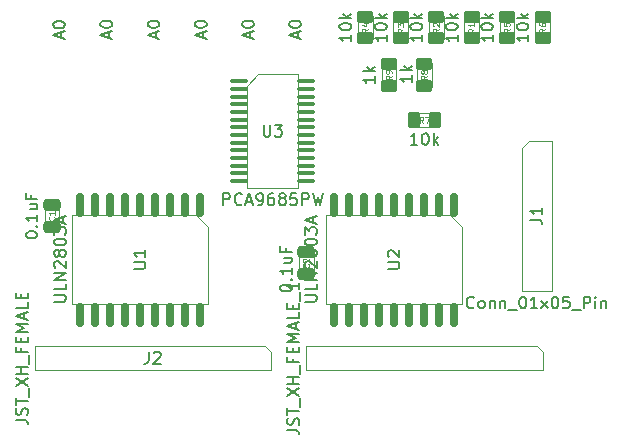
<source format=gbr>
%TF.GenerationSoftware,KiCad,Pcbnew,8.0.4*%
%TF.CreationDate,2024-10-03T15:25:37-05:00*%
%TF.ProjectId,Haptics PWM module,48617074-6963-4732-9050-574d206d6f64,rev?*%
%TF.SameCoordinates,Original*%
%TF.FileFunction,Paste,Top*%
%TF.FilePolarity,Positive*%
%FSLAX46Y46*%
G04 Gerber Fmt 4.6, Leading zero omitted, Abs format (unit mm)*
G04 Created by KiCad (PCBNEW 8.0.4) date 2024-10-03 15:25:37*
%MOMM*%
%LPD*%
G01*
G04 APERTURE LIST*
G04 Aperture macros list*
%AMRoundRect*
0 Rectangle with rounded corners*
0 $1 Rounding radius*
0 $2 $3 $4 $5 $6 $7 $8 $9 X,Y pos of 4 corners*
0 Add a 4 corners polygon primitive as box body*
4,1,4,$2,$3,$4,$5,$6,$7,$8,$9,$2,$3,0*
0 Add four circle primitives for the rounded corners*
1,1,$1+$1,$2,$3*
1,1,$1+$1,$4,$5*
1,1,$1+$1,$6,$7*
1,1,$1+$1,$8,$9*
0 Add four rect primitives between the rounded corners*
20,1,$1+$1,$2,$3,$4,$5,0*
20,1,$1+$1,$4,$5,$6,$7,0*
20,1,$1+$1,$6,$7,$8,$9,0*
20,1,$1+$1,$8,$9,$2,$3,0*%
G04 Aperture macros list end*
%ADD10RoundRect,0.150000X-0.150000X0.875000X-0.150000X-0.875000X0.150000X-0.875000X0.150000X0.875000X0*%
%ADD11RoundRect,0.250000X-0.450000X0.262500X-0.450000X-0.262500X0.450000X-0.262500X0.450000X0.262500X0*%
%ADD12RoundRect,0.250000X-0.262500X-0.450000X0.262500X-0.450000X0.262500X0.450000X-0.262500X0.450000X0*%
%ADD13RoundRect,0.250000X-0.475000X0.250000X-0.475000X-0.250000X0.475000X-0.250000X0.475000X0.250000X0*%
%ADD14RoundRect,0.100000X-0.637500X-0.100000X0.637500X-0.100000X0.637500X0.100000X-0.637500X0.100000X0*%
%ADD15C,0.150000*%
%ADD16C,0.080000*%
%ADD17C,0.100000*%
G04 APERTURE END LIST*
D10*
%TO.C,U1*%
X95500000Y-132000000D03*
X94230000Y-132000000D03*
X92960000Y-132000000D03*
X91690000Y-132000000D03*
X90420000Y-132000000D03*
X89150000Y-132000000D03*
X87880000Y-132000000D03*
X86610000Y-132000000D03*
X85340000Y-132000000D03*
X85340000Y-141300000D03*
X86610000Y-141300000D03*
X87880000Y-141300000D03*
X89150000Y-141300000D03*
X90420000Y-141300000D03*
X91690000Y-141300000D03*
X92960000Y-141300000D03*
X94230000Y-141300000D03*
X95500000Y-141300000D03*
%TD*%
D11*
%TO.C,R9*%
X111500000Y-120087500D03*
X111500000Y-121912500D03*
%TD*%
%TO.C,R5*%
X121500000Y-116087500D03*
X121500000Y-117912500D03*
%TD*%
%TO.C,R4*%
X109500000Y-116087500D03*
X109500000Y-117912500D03*
%TD*%
D12*
%TO.C,R7*%
X113585815Y-124830109D03*
X115410815Y-124830109D03*
%TD*%
D11*
%TO.C,R6*%
X124500000Y-116087500D03*
X124500000Y-117912500D03*
%TD*%
%TO.C,R2*%
X115500000Y-116087500D03*
X115500000Y-117912500D03*
%TD*%
D13*
%TO.C,C1*%
X82960000Y-132000000D03*
X82960000Y-133900000D03*
%TD*%
D11*
%TO.C,R1*%
X118500000Y-116087500D03*
X118500000Y-117912500D03*
%TD*%
%TO.C,R8*%
X114500000Y-120087500D03*
X114500000Y-121912500D03*
%TD*%
D14*
%TO.C,U3*%
X98775000Y-121550000D03*
X98775000Y-122200000D03*
X98775000Y-122850000D03*
X98775000Y-123500000D03*
X98775000Y-124150000D03*
X98775000Y-124800000D03*
X98775000Y-125450000D03*
X98775000Y-126100000D03*
X98775000Y-126750000D03*
X98775000Y-127400000D03*
X98775000Y-128050000D03*
X98775000Y-128700000D03*
X98775000Y-129350000D03*
X98775000Y-130000000D03*
X104500000Y-130000000D03*
X104500000Y-129350000D03*
X104500000Y-128700000D03*
X104500000Y-128050000D03*
X104500000Y-127400000D03*
X104500000Y-126750000D03*
X104500000Y-126100000D03*
X104500000Y-125450000D03*
X104500000Y-124800000D03*
X104500000Y-124150000D03*
X104500000Y-123500000D03*
X104500000Y-122850000D03*
X104500000Y-122200000D03*
X104500000Y-121550000D03*
%TD*%
D11*
%TO.C,R3*%
X112500000Y-116087500D03*
X112500000Y-117912500D03*
%TD*%
D10*
%TO.C,U2*%
X117000000Y-132000000D03*
X115730000Y-132000000D03*
X114460000Y-132000000D03*
X113190000Y-132000000D03*
X111920000Y-132000000D03*
X110650000Y-132000000D03*
X109380000Y-132000000D03*
X108110000Y-132000000D03*
X106840000Y-132000000D03*
X106840000Y-141300000D03*
X108110000Y-141300000D03*
X109380000Y-141300000D03*
X110650000Y-141300000D03*
X111920000Y-141300000D03*
X113190000Y-141300000D03*
X114460000Y-141300000D03*
X115730000Y-141300000D03*
X117000000Y-141300000D03*
%TD*%
D13*
%TO.C,C2*%
X104500000Y-136000000D03*
X104500000Y-137900000D03*
%TD*%
D15*
X83154819Y-140197618D02*
X83964342Y-140197618D01*
X83964342Y-140197618D02*
X84059580Y-140149999D01*
X84059580Y-140149999D02*
X84107200Y-140102380D01*
X84107200Y-140102380D02*
X84154819Y-140007142D01*
X84154819Y-140007142D02*
X84154819Y-139816666D01*
X84154819Y-139816666D02*
X84107200Y-139721428D01*
X84107200Y-139721428D02*
X84059580Y-139673809D01*
X84059580Y-139673809D02*
X83964342Y-139626190D01*
X83964342Y-139626190D02*
X83154819Y-139626190D01*
X84154819Y-138673809D02*
X84154819Y-139149999D01*
X84154819Y-139149999D02*
X83154819Y-139149999D01*
X84154819Y-138340475D02*
X83154819Y-138340475D01*
X83154819Y-138340475D02*
X84154819Y-137769047D01*
X84154819Y-137769047D02*
X83154819Y-137769047D01*
X83250057Y-137340475D02*
X83202438Y-137292856D01*
X83202438Y-137292856D02*
X83154819Y-137197618D01*
X83154819Y-137197618D02*
X83154819Y-136959523D01*
X83154819Y-136959523D02*
X83202438Y-136864285D01*
X83202438Y-136864285D02*
X83250057Y-136816666D01*
X83250057Y-136816666D02*
X83345295Y-136769047D01*
X83345295Y-136769047D02*
X83440533Y-136769047D01*
X83440533Y-136769047D02*
X83583390Y-136816666D01*
X83583390Y-136816666D02*
X84154819Y-137388094D01*
X84154819Y-137388094D02*
X84154819Y-136769047D01*
X83583390Y-136197618D02*
X83535771Y-136292856D01*
X83535771Y-136292856D02*
X83488152Y-136340475D01*
X83488152Y-136340475D02*
X83392914Y-136388094D01*
X83392914Y-136388094D02*
X83345295Y-136388094D01*
X83345295Y-136388094D02*
X83250057Y-136340475D01*
X83250057Y-136340475D02*
X83202438Y-136292856D01*
X83202438Y-136292856D02*
X83154819Y-136197618D01*
X83154819Y-136197618D02*
X83154819Y-136007142D01*
X83154819Y-136007142D02*
X83202438Y-135911904D01*
X83202438Y-135911904D02*
X83250057Y-135864285D01*
X83250057Y-135864285D02*
X83345295Y-135816666D01*
X83345295Y-135816666D02*
X83392914Y-135816666D01*
X83392914Y-135816666D02*
X83488152Y-135864285D01*
X83488152Y-135864285D02*
X83535771Y-135911904D01*
X83535771Y-135911904D02*
X83583390Y-136007142D01*
X83583390Y-136007142D02*
X83583390Y-136197618D01*
X83583390Y-136197618D02*
X83631009Y-136292856D01*
X83631009Y-136292856D02*
X83678628Y-136340475D01*
X83678628Y-136340475D02*
X83773866Y-136388094D01*
X83773866Y-136388094D02*
X83964342Y-136388094D01*
X83964342Y-136388094D02*
X84059580Y-136340475D01*
X84059580Y-136340475D02*
X84107200Y-136292856D01*
X84107200Y-136292856D02*
X84154819Y-136197618D01*
X84154819Y-136197618D02*
X84154819Y-136007142D01*
X84154819Y-136007142D02*
X84107200Y-135911904D01*
X84107200Y-135911904D02*
X84059580Y-135864285D01*
X84059580Y-135864285D02*
X83964342Y-135816666D01*
X83964342Y-135816666D02*
X83773866Y-135816666D01*
X83773866Y-135816666D02*
X83678628Y-135864285D01*
X83678628Y-135864285D02*
X83631009Y-135911904D01*
X83631009Y-135911904D02*
X83583390Y-136007142D01*
X83154819Y-135197618D02*
X83154819Y-135102380D01*
X83154819Y-135102380D02*
X83202438Y-135007142D01*
X83202438Y-135007142D02*
X83250057Y-134959523D01*
X83250057Y-134959523D02*
X83345295Y-134911904D01*
X83345295Y-134911904D02*
X83535771Y-134864285D01*
X83535771Y-134864285D02*
X83773866Y-134864285D01*
X83773866Y-134864285D02*
X83964342Y-134911904D01*
X83964342Y-134911904D02*
X84059580Y-134959523D01*
X84059580Y-134959523D02*
X84107200Y-135007142D01*
X84107200Y-135007142D02*
X84154819Y-135102380D01*
X84154819Y-135102380D02*
X84154819Y-135197618D01*
X84154819Y-135197618D02*
X84107200Y-135292856D01*
X84107200Y-135292856D02*
X84059580Y-135340475D01*
X84059580Y-135340475D02*
X83964342Y-135388094D01*
X83964342Y-135388094D02*
X83773866Y-135435713D01*
X83773866Y-135435713D02*
X83535771Y-135435713D01*
X83535771Y-135435713D02*
X83345295Y-135388094D01*
X83345295Y-135388094D02*
X83250057Y-135340475D01*
X83250057Y-135340475D02*
X83202438Y-135292856D01*
X83202438Y-135292856D02*
X83154819Y-135197618D01*
X83154819Y-134530951D02*
X83154819Y-133911904D01*
X83154819Y-133911904D02*
X83535771Y-134245237D01*
X83535771Y-134245237D02*
X83535771Y-134102380D01*
X83535771Y-134102380D02*
X83583390Y-134007142D01*
X83583390Y-134007142D02*
X83631009Y-133959523D01*
X83631009Y-133959523D02*
X83726247Y-133911904D01*
X83726247Y-133911904D02*
X83964342Y-133911904D01*
X83964342Y-133911904D02*
X84059580Y-133959523D01*
X84059580Y-133959523D02*
X84107200Y-134007142D01*
X84107200Y-134007142D02*
X84154819Y-134102380D01*
X84154819Y-134102380D02*
X84154819Y-134388094D01*
X84154819Y-134388094D02*
X84107200Y-134483332D01*
X84107200Y-134483332D02*
X84059580Y-134530951D01*
X83869104Y-133530951D02*
X83869104Y-133054761D01*
X84154819Y-133626189D02*
X83154819Y-133292856D01*
X83154819Y-133292856D02*
X84154819Y-132959523D01*
X89874819Y-137411904D02*
X90684342Y-137411904D01*
X90684342Y-137411904D02*
X90779580Y-137364285D01*
X90779580Y-137364285D02*
X90827200Y-137316666D01*
X90827200Y-137316666D02*
X90874819Y-137221428D01*
X90874819Y-137221428D02*
X90874819Y-137030952D01*
X90874819Y-137030952D02*
X90827200Y-136935714D01*
X90827200Y-136935714D02*
X90779580Y-136888095D01*
X90779580Y-136888095D02*
X90684342Y-136840476D01*
X90684342Y-136840476D02*
X89874819Y-136840476D01*
X90874819Y-135840476D02*
X90874819Y-136411904D01*
X90874819Y-136126190D02*
X89874819Y-136126190D01*
X89874819Y-136126190D02*
X90017676Y-136221428D01*
X90017676Y-136221428D02*
X90112914Y-136316666D01*
X90112914Y-136316666D02*
X90160533Y-136411904D01*
X110304819Y-121119047D02*
X110304819Y-121690475D01*
X110304819Y-121404761D02*
X109304819Y-121404761D01*
X109304819Y-121404761D02*
X109447676Y-121499999D01*
X109447676Y-121499999D02*
X109542914Y-121595237D01*
X109542914Y-121595237D02*
X109590533Y-121690475D01*
X110304819Y-120690475D02*
X109304819Y-120690475D01*
X109923866Y-120595237D02*
X110304819Y-120309523D01*
X109638152Y-120309523D02*
X110019104Y-120690475D01*
D16*
X111727149Y-121083333D02*
X111489054Y-121249999D01*
X111727149Y-121369047D02*
X111227149Y-121369047D01*
X111227149Y-121369047D02*
X111227149Y-121178571D01*
X111227149Y-121178571D02*
X111250959Y-121130952D01*
X111250959Y-121130952D02*
X111274768Y-121107142D01*
X111274768Y-121107142D02*
X111322387Y-121083333D01*
X111322387Y-121083333D02*
X111393816Y-121083333D01*
X111393816Y-121083333D02*
X111441435Y-121107142D01*
X111441435Y-121107142D02*
X111465244Y-121130952D01*
X111465244Y-121130952D02*
X111489054Y-121178571D01*
X111489054Y-121178571D02*
X111489054Y-121369047D01*
X111727149Y-120845237D02*
X111727149Y-120749999D01*
X111727149Y-120749999D02*
X111703340Y-120702380D01*
X111703340Y-120702380D02*
X111679530Y-120678571D01*
X111679530Y-120678571D02*
X111608101Y-120630952D01*
X111608101Y-120630952D02*
X111512863Y-120607142D01*
X111512863Y-120607142D02*
X111322387Y-120607142D01*
X111322387Y-120607142D02*
X111274768Y-120630952D01*
X111274768Y-120630952D02*
X111250959Y-120654761D01*
X111250959Y-120654761D02*
X111227149Y-120702380D01*
X111227149Y-120702380D02*
X111227149Y-120797618D01*
X111227149Y-120797618D02*
X111250959Y-120845237D01*
X111250959Y-120845237D02*
X111274768Y-120869047D01*
X111274768Y-120869047D02*
X111322387Y-120892856D01*
X111322387Y-120892856D02*
X111441435Y-120892856D01*
X111441435Y-120892856D02*
X111489054Y-120869047D01*
X111489054Y-120869047D02*
X111512863Y-120845237D01*
X111512863Y-120845237D02*
X111536673Y-120797618D01*
X111536673Y-120797618D02*
X111536673Y-120702380D01*
X111536673Y-120702380D02*
X111512863Y-120654761D01*
X111512863Y-120654761D02*
X111489054Y-120630952D01*
X111489054Y-120630952D02*
X111441435Y-120607142D01*
D15*
X102894819Y-151071429D02*
X103609104Y-151071429D01*
X103609104Y-151071429D02*
X103751961Y-151119048D01*
X103751961Y-151119048D02*
X103847200Y-151214286D01*
X103847200Y-151214286D02*
X103894819Y-151357143D01*
X103894819Y-151357143D02*
X103894819Y-151452381D01*
X103847200Y-150642857D02*
X103894819Y-150500000D01*
X103894819Y-150500000D02*
X103894819Y-150261905D01*
X103894819Y-150261905D02*
X103847200Y-150166667D01*
X103847200Y-150166667D02*
X103799580Y-150119048D01*
X103799580Y-150119048D02*
X103704342Y-150071429D01*
X103704342Y-150071429D02*
X103609104Y-150071429D01*
X103609104Y-150071429D02*
X103513866Y-150119048D01*
X103513866Y-150119048D02*
X103466247Y-150166667D01*
X103466247Y-150166667D02*
X103418628Y-150261905D01*
X103418628Y-150261905D02*
X103371009Y-150452381D01*
X103371009Y-150452381D02*
X103323390Y-150547619D01*
X103323390Y-150547619D02*
X103275771Y-150595238D01*
X103275771Y-150595238D02*
X103180533Y-150642857D01*
X103180533Y-150642857D02*
X103085295Y-150642857D01*
X103085295Y-150642857D02*
X102990057Y-150595238D01*
X102990057Y-150595238D02*
X102942438Y-150547619D01*
X102942438Y-150547619D02*
X102894819Y-150452381D01*
X102894819Y-150452381D02*
X102894819Y-150214286D01*
X102894819Y-150214286D02*
X102942438Y-150071429D01*
X102894819Y-149785714D02*
X102894819Y-149214286D01*
X103894819Y-149500000D02*
X102894819Y-149500000D01*
X103990057Y-149119048D02*
X103990057Y-148357143D01*
X102894819Y-148214285D02*
X103894819Y-147547619D01*
X102894819Y-147547619D02*
X103894819Y-148214285D01*
X103894819Y-147166666D02*
X102894819Y-147166666D01*
X103371009Y-147166666D02*
X103371009Y-146595238D01*
X103894819Y-146595238D02*
X102894819Y-146595238D01*
X103990057Y-146357143D02*
X103990057Y-145595238D01*
X103371009Y-145023809D02*
X103371009Y-145357142D01*
X103894819Y-145357142D02*
X102894819Y-145357142D01*
X102894819Y-145357142D02*
X102894819Y-144880952D01*
X103371009Y-144499999D02*
X103371009Y-144166666D01*
X103894819Y-144023809D02*
X103894819Y-144499999D01*
X103894819Y-144499999D02*
X102894819Y-144499999D01*
X102894819Y-144499999D02*
X102894819Y-144023809D01*
X103894819Y-143595237D02*
X102894819Y-143595237D01*
X102894819Y-143595237D02*
X103609104Y-143261904D01*
X103609104Y-143261904D02*
X102894819Y-142928571D01*
X102894819Y-142928571D02*
X103894819Y-142928571D01*
X103609104Y-142499999D02*
X103609104Y-142023809D01*
X103894819Y-142595237D02*
X102894819Y-142261904D01*
X102894819Y-142261904D02*
X103894819Y-141928571D01*
X103894819Y-141119047D02*
X103894819Y-141595237D01*
X103894819Y-141595237D02*
X102894819Y-141595237D01*
X103371009Y-140785713D02*
X103371009Y-140452380D01*
X103894819Y-140309523D02*
X103894819Y-140785713D01*
X103894819Y-140785713D02*
X102894819Y-140785713D01*
X102894819Y-140785713D02*
X102894819Y-140309523D01*
X103990057Y-140119047D02*
X103990057Y-139357142D01*
X103894819Y-138595237D02*
X103894819Y-139166665D01*
X103894819Y-138880951D02*
X102894819Y-138880951D01*
X102894819Y-138880951D02*
X103037676Y-138976189D01*
X103037676Y-138976189D02*
X103132914Y-139071427D01*
X103132914Y-139071427D02*
X103180533Y-139166665D01*
X120304819Y-117595238D02*
X120304819Y-118166666D01*
X120304819Y-117880952D02*
X119304819Y-117880952D01*
X119304819Y-117880952D02*
X119447676Y-117976190D01*
X119447676Y-117976190D02*
X119542914Y-118071428D01*
X119542914Y-118071428D02*
X119590533Y-118166666D01*
X119304819Y-116976190D02*
X119304819Y-116880952D01*
X119304819Y-116880952D02*
X119352438Y-116785714D01*
X119352438Y-116785714D02*
X119400057Y-116738095D01*
X119400057Y-116738095D02*
X119495295Y-116690476D01*
X119495295Y-116690476D02*
X119685771Y-116642857D01*
X119685771Y-116642857D02*
X119923866Y-116642857D01*
X119923866Y-116642857D02*
X120114342Y-116690476D01*
X120114342Y-116690476D02*
X120209580Y-116738095D01*
X120209580Y-116738095D02*
X120257200Y-116785714D01*
X120257200Y-116785714D02*
X120304819Y-116880952D01*
X120304819Y-116880952D02*
X120304819Y-116976190D01*
X120304819Y-116976190D02*
X120257200Y-117071428D01*
X120257200Y-117071428D02*
X120209580Y-117119047D01*
X120209580Y-117119047D02*
X120114342Y-117166666D01*
X120114342Y-117166666D02*
X119923866Y-117214285D01*
X119923866Y-117214285D02*
X119685771Y-117214285D01*
X119685771Y-117214285D02*
X119495295Y-117166666D01*
X119495295Y-117166666D02*
X119400057Y-117119047D01*
X119400057Y-117119047D02*
X119352438Y-117071428D01*
X119352438Y-117071428D02*
X119304819Y-116976190D01*
X120304819Y-116214285D02*
X119304819Y-116214285D01*
X119923866Y-116119047D02*
X120304819Y-115833333D01*
X119638152Y-115833333D02*
X120019104Y-116214285D01*
D16*
X121727149Y-117083333D02*
X121489054Y-117249999D01*
X121727149Y-117369047D02*
X121227149Y-117369047D01*
X121227149Y-117369047D02*
X121227149Y-117178571D01*
X121227149Y-117178571D02*
X121250959Y-117130952D01*
X121250959Y-117130952D02*
X121274768Y-117107142D01*
X121274768Y-117107142D02*
X121322387Y-117083333D01*
X121322387Y-117083333D02*
X121393816Y-117083333D01*
X121393816Y-117083333D02*
X121441435Y-117107142D01*
X121441435Y-117107142D02*
X121465244Y-117130952D01*
X121465244Y-117130952D02*
X121489054Y-117178571D01*
X121489054Y-117178571D02*
X121489054Y-117369047D01*
X121227149Y-116630952D02*
X121227149Y-116869047D01*
X121227149Y-116869047D02*
X121465244Y-116892856D01*
X121465244Y-116892856D02*
X121441435Y-116869047D01*
X121441435Y-116869047D02*
X121417625Y-116821428D01*
X121417625Y-116821428D02*
X121417625Y-116702380D01*
X121417625Y-116702380D02*
X121441435Y-116654761D01*
X121441435Y-116654761D02*
X121465244Y-116630952D01*
X121465244Y-116630952D02*
X121512863Y-116607142D01*
X121512863Y-116607142D02*
X121631911Y-116607142D01*
X121631911Y-116607142D02*
X121679530Y-116630952D01*
X121679530Y-116630952D02*
X121703340Y-116654761D01*
X121703340Y-116654761D02*
X121727149Y-116702380D01*
X121727149Y-116702380D02*
X121727149Y-116821428D01*
X121727149Y-116821428D02*
X121703340Y-116869047D01*
X121703340Y-116869047D02*
X121679530Y-116892856D01*
D15*
X95769104Y-117851785D02*
X95769104Y-117375595D01*
X96054819Y-117947023D02*
X95054819Y-117613690D01*
X95054819Y-117613690D02*
X96054819Y-117280357D01*
X95054819Y-116756547D02*
X95054819Y-116661309D01*
X95054819Y-116661309D02*
X95102438Y-116566071D01*
X95102438Y-116566071D02*
X95150057Y-116518452D01*
X95150057Y-116518452D02*
X95245295Y-116470833D01*
X95245295Y-116470833D02*
X95435771Y-116423214D01*
X95435771Y-116423214D02*
X95673866Y-116423214D01*
X95673866Y-116423214D02*
X95864342Y-116470833D01*
X95864342Y-116470833D02*
X95959580Y-116518452D01*
X95959580Y-116518452D02*
X96007200Y-116566071D01*
X96007200Y-116566071D02*
X96054819Y-116661309D01*
X96054819Y-116661309D02*
X96054819Y-116756547D01*
X96054819Y-116756547D02*
X96007200Y-116851785D01*
X96007200Y-116851785D02*
X95959580Y-116899404D01*
X95959580Y-116899404D02*
X95864342Y-116947023D01*
X95864342Y-116947023D02*
X95673866Y-116994642D01*
X95673866Y-116994642D02*
X95435771Y-116994642D01*
X95435771Y-116994642D02*
X95245295Y-116947023D01*
X95245295Y-116947023D02*
X95150057Y-116899404D01*
X95150057Y-116899404D02*
X95102438Y-116851785D01*
X95102438Y-116851785D02*
X95054819Y-116756547D01*
X103769104Y-117851785D02*
X103769104Y-117375595D01*
X104054819Y-117947023D02*
X103054819Y-117613690D01*
X103054819Y-117613690D02*
X104054819Y-117280357D01*
X103054819Y-116756547D02*
X103054819Y-116661309D01*
X103054819Y-116661309D02*
X103102438Y-116566071D01*
X103102438Y-116566071D02*
X103150057Y-116518452D01*
X103150057Y-116518452D02*
X103245295Y-116470833D01*
X103245295Y-116470833D02*
X103435771Y-116423214D01*
X103435771Y-116423214D02*
X103673866Y-116423214D01*
X103673866Y-116423214D02*
X103864342Y-116470833D01*
X103864342Y-116470833D02*
X103959580Y-116518452D01*
X103959580Y-116518452D02*
X104007200Y-116566071D01*
X104007200Y-116566071D02*
X104054819Y-116661309D01*
X104054819Y-116661309D02*
X104054819Y-116756547D01*
X104054819Y-116756547D02*
X104007200Y-116851785D01*
X104007200Y-116851785D02*
X103959580Y-116899404D01*
X103959580Y-116899404D02*
X103864342Y-116947023D01*
X103864342Y-116947023D02*
X103673866Y-116994642D01*
X103673866Y-116994642D02*
X103435771Y-116994642D01*
X103435771Y-116994642D02*
X103245295Y-116947023D01*
X103245295Y-116947023D02*
X103150057Y-116899404D01*
X103150057Y-116899404D02*
X103102438Y-116851785D01*
X103102438Y-116851785D02*
X103054819Y-116756547D01*
X108304819Y-117595238D02*
X108304819Y-118166666D01*
X108304819Y-117880952D02*
X107304819Y-117880952D01*
X107304819Y-117880952D02*
X107447676Y-117976190D01*
X107447676Y-117976190D02*
X107542914Y-118071428D01*
X107542914Y-118071428D02*
X107590533Y-118166666D01*
X107304819Y-116976190D02*
X107304819Y-116880952D01*
X107304819Y-116880952D02*
X107352438Y-116785714D01*
X107352438Y-116785714D02*
X107400057Y-116738095D01*
X107400057Y-116738095D02*
X107495295Y-116690476D01*
X107495295Y-116690476D02*
X107685771Y-116642857D01*
X107685771Y-116642857D02*
X107923866Y-116642857D01*
X107923866Y-116642857D02*
X108114342Y-116690476D01*
X108114342Y-116690476D02*
X108209580Y-116738095D01*
X108209580Y-116738095D02*
X108257200Y-116785714D01*
X108257200Y-116785714D02*
X108304819Y-116880952D01*
X108304819Y-116880952D02*
X108304819Y-116976190D01*
X108304819Y-116976190D02*
X108257200Y-117071428D01*
X108257200Y-117071428D02*
X108209580Y-117119047D01*
X108209580Y-117119047D02*
X108114342Y-117166666D01*
X108114342Y-117166666D02*
X107923866Y-117214285D01*
X107923866Y-117214285D02*
X107685771Y-117214285D01*
X107685771Y-117214285D02*
X107495295Y-117166666D01*
X107495295Y-117166666D02*
X107400057Y-117119047D01*
X107400057Y-117119047D02*
X107352438Y-117071428D01*
X107352438Y-117071428D02*
X107304819Y-116976190D01*
X108304819Y-116214285D02*
X107304819Y-116214285D01*
X107923866Y-116119047D02*
X108304819Y-115833333D01*
X107638152Y-115833333D02*
X108019104Y-116214285D01*
D16*
X109727149Y-117083333D02*
X109489054Y-117249999D01*
X109727149Y-117369047D02*
X109227149Y-117369047D01*
X109227149Y-117369047D02*
X109227149Y-117178571D01*
X109227149Y-117178571D02*
X109250959Y-117130952D01*
X109250959Y-117130952D02*
X109274768Y-117107142D01*
X109274768Y-117107142D02*
X109322387Y-117083333D01*
X109322387Y-117083333D02*
X109393816Y-117083333D01*
X109393816Y-117083333D02*
X109441435Y-117107142D01*
X109441435Y-117107142D02*
X109465244Y-117130952D01*
X109465244Y-117130952D02*
X109489054Y-117178571D01*
X109489054Y-117178571D02*
X109489054Y-117369047D01*
X109393816Y-116654761D02*
X109727149Y-116654761D01*
X109203340Y-116773809D02*
X109560482Y-116892856D01*
X109560482Y-116892856D02*
X109560482Y-116583333D01*
D15*
X113903076Y-126934928D02*
X113331648Y-126934928D01*
X113617362Y-126934928D02*
X113617362Y-125934928D01*
X113617362Y-125934928D02*
X113522124Y-126077785D01*
X113522124Y-126077785D02*
X113426886Y-126173023D01*
X113426886Y-126173023D02*
X113331648Y-126220642D01*
X114522124Y-125934928D02*
X114617362Y-125934928D01*
X114617362Y-125934928D02*
X114712600Y-125982547D01*
X114712600Y-125982547D02*
X114760219Y-126030166D01*
X114760219Y-126030166D02*
X114807838Y-126125404D01*
X114807838Y-126125404D02*
X114855457Y-126315880D01*
X114855457Y-126315880D02*
X114855457Y-126553975D01*
X114855457Y-126553975D02*
X114807838Y-126744451D01*
X114807838Y-126744451D02*
X114760219Y-126839689D01*
X114760219Y-126839689D02*
X114712600Y-126887309D01*
X114712600Y-126887309D02*
X114617362Y-126934928D01*
X114617362Y-126934928D02*
X114522124Y-126934928D01*
X114522124Y-126934928D02*
X114426886Y-126887309D01*
X114426886Y-126887309D02*
X114379267Y-126839689D01*
X114379267Y-126839689D02*
X114331648Y-126744451D01*
X114331648Y-126744451D02*
X114284029Y-126553975D01*
X114284029Y-126553975D02*
X114284029Y-126315880D01*
X114284029Y-126315880D02*
X114331648Y-126125404D01*
X114331648Y-126125404D02*
X114379267Y-126030166D01*
X114379267Y-126030166D02*
X114426886Y-125982547D01*
X114426886Y-125982547D02*
X114522124Y-125934928D01*
X115284029Y-126934928D02*
X115284029Y-125934928D01*
X115379267Y-126553975D02*
X115664981Y-126934928D01*
X115664981Y-126268261D02*
X115284029Y-126649213D01*
D16*
X114414981Y-125057258D02*
X114248315Y-124819163D01*
X114129267Y-125057258D02*
X114129267Y-124557258D01*
X114129267Y-124557258D02*
X114319743Y-124557258D01*
X114319743Y-124557258D02*
X114367362Y-124581068D01*
X114367362Y-124581068D02*
X114391172Y-124604877D01*
X114391172Y-124604877D02*
X114414981Y-124652496D01*
X114414981Y-124652496D02*
X114414981Y-124723925D01*
X114414981Y-124723925D02*
X114391172Y-124771544D01*
X114391172Y-124771544D02*
X114367362Y-124795353D01*
X114367362Y-124795353D02*
X114319743Y-124819163D01*
X114319743Y-124819163D02*
X114129267Y-124819163D01*
X114581648Y-124557258D02*
X114914981Y-124557258D01*
X114914981Y-124557258D02*
X114700696Y-125057258D01*
D15*
X123304819Y-117595238D02*
X123304819Y-118166666D01*
X123304819Y-117880952D02*
X122304819Y-117880952D01*
X122304819Y-117880952D02*
X122447676Y-117976190D01*
X122447676Y-117976190D02*
X122542914Y-118071428D01*
X122542914Y-118071428D02*
X122590533Y-118166666D01*
X122304819Y-116976190D02*
X122304819Y-116880952D01*
X122304819Y-116880952D02*
X122352438Y-116785714D01*
X122352438Y-116785714D02*
X122400057Y-116738095D01*
X122400057Y-116738095D02*
X122495295Y-116690476D01*
X122495295Y-116690476D02*
X122685771Y-116642857D01*
X122685771Y-116642857D02*
X122923866Y-116642857D01*
X122923866Y-116642857D02*
X123114342Y-116690476D01*
X123114342Y-116690476D02*
X123209580Y-116738095D01*
X123209580Y-116738095D02*
X123257200Y-116785714D01*
X123257200Y-116785714D02*
X123304819Y-116880952D01*
X123304819Y-116880952D02*
X123304819Y-116976190D01*
X123304819Y-116976190D02*
X123257200Y-117071428D01*
X123257200Y-117071428D02*
X123209580Y-117119047D01*
X123209580Y-117119047D02*
X123114342Y-117166666D01*
X123114342Y-117166666D02*
X122923866Y-117214285D01*
X122923866Y-117214285D02*
X122685771Y-117214285D01*
X122685771Y-117214285D02*
X122495295Y-117166666D01*
X122495295Y-117166666D02*
X122400057Y-117119047D01*
X122400057Y-117119047D02*
X122352438Y-117071428D01*
X122352438Y-117071428D02*
X122304819Y-116976190D01*
X123304819Y-116214285D02*
X122304819Y-116214285D01*
X122923866Y-116119047D02*
X123304819Y-115833333D01*
X122638152Y-115833333D02*
X123019104Y-116214285D01*
D16*
X124727149Y-117083333D02*
X124489054Y-117249999D01*
X124727149Y-117369047D02*
X124227149Y-117369047D01*
X124227149Y-117369047D02*
X124227149Y-117178571D01*
X124227149Y-117178571D02*
X124250959Y-117130952D01*
X124250959Y-117130952D02*
X124274768Y-117107142D01*
X124274768Y-117107142D02*
X124322387Y-117083333D01*
X124322387Y-117083333D02*
X124393816Y-117083333D01*
X124393816Y-117083333D02*
X124441435Y-117107142D01*
X124441435Y-117107142D02*
X124465244Y-117130952D01*
X124465244Y-117130952D02*
X124489054Y-117178571D01*
X124489054Y-117178571D02*
X124489054Y-117369047D01*
X124227149Y-116654761D02*
X124227149Y-116749999D01*
X124227149Y-116749999D02*
X124250959Y-116797618D01*
X124250959Y-116797618D02*
X124274768Y-116821428D01*
X124274768Y-116821428D02*
X124346197Y-116869047D01*
X124346197Y-116869047D02*
X124441435Y-116892856D01*
X124441435Y-116892856D02*
X124631911Y-116892856D01*
X124631911Y-116892856D02*
X124679530Y-116869047D01*
X124679530Y-116869047D02*
X124703340Y-116845237D01*
X124703340Y-116845237D02*
X124727149Y-116797618D01*
X124727149Y-116797618D02*
X124727149Y-116702380D01*
X124727149Y-116702380D02*
X124703340Y-116654761D01*
X124703340Y-116654761D02*
X124679530Y-116630952D01*
X124679530Y-116630952D02*
X124631911Y-116607142D01*
X124631911Y-116607142D02*
X124512863Y-116607142D01*
X124512863Y-116607142D02*
X124465244Y-116630952D01*
X124465244Y-116630952D02*
X124441435Y-116654761D01*
X124441435Y-116654761D02*
X124417625Y-116702380D01*
X124417625Y-116702380D02*
X124417625Y-116797618D01*
X124417625Y-116797618D02*
X124441435Y-116845237D01*
X124441435Y-116845237D02*
X124465244Y-116869047D01*
X124465244Y-116869047D02*
X124512863Y-116892856D01*
D15*
X83769104Y-117901785D02*
X83769104Y-117425595D01*
X84054819Y-117997023D02*
X83054819Y-117663690D01*
X83054819Y-117663690D02*
X84054819Y-117330357D01*
X83054819Y-116806547D02*
X83054819Y-116711309D01*
X83054819Y-116711309D02*
X83102438Y-116616071D01*
X83102438Y-116616071D02*
X83150057Y-116568452D01*
X83150057Y-116568452D02*
X83245295Y-116520833D01*
X83245295Y-116520833D02*
X83435771Y-116473214D01*
X83435771Y-116473214D02*
X83673866Y-116473214D01*
X83673866Y-116473214D02*
X83864342Y-116520833D01*
X83864342Y-116520833D02*
X83959580Y-116568452D01*
X83959580Y-116568452D02*
X84007200Y-116616071D01*
X84007200Y-116616071D02*
X84054819Y-116711309D01*
X84054819Y-116711309D02*
X84054819Y-116806547D01*
X84054819Y-116806547D02*
X84007200Y-116901785D01*
X84007200Y-116901785D02*
X83959580Y-116949404D01*
X83959580Y-116949404D02*
X83864342Y-116997023D01*
X83864342Y-116997023D02*
X83673866Y-117044642D01*
X83673866Y-117044642D02*
X83435771Y-117044642D01*
X83435771Y-117044642D02*
X83245295Y-116997023D01*
X83245295Y-116997023D02*
X83150057Y-116949404D01*
X83150057Y-116949404D02*
X83102438Y-116901785D01*
X83102438Y-116901785D02*
X83054819Y-116806547D01*
X79894819Y-150214286D02*
X80609104Y-150214286D01*
X80609104Y-150214286D02*
X80751961Y-150261905D01*
X80751961Y-150261905D02*
X80847200Y-150357143D01*
X80847200Y-150357143D02*
X80894819Y-150500000D01*
X80894819Y-150500000D02*
X80894819Y-150595238D01*
X80847200Y-149785714D02*
X80894819Y-149642857D01*
X80894819Y-149642857D02*
X80894819Y-149404762D01*
X80894819Y-149404762D02*
X80847200Y-149309524D01*
X80847200Y-149309524D02*
X80799580Y-149261905D01*
X80799580Y-149261905D02*
X80704342Y-149214286D01*
X80704342Y-149214286D02*
X80609104Y-149214286D01*
X80609104Y-149214286D02*
X80513866Y-149261905D01*
X80513866Y-149261905D02*
X80466247Y-149309524D01*
X80466247Y-149309524D02*
X80418628Y-149404762D01*
X80418628Y-149404762D02*
X80371009Y-149595238D01*
X80371009Y-149595238D02*
X80323390Y-149690476D01*
X80323390Y-149690476D02*
X80275771Y-149738095D01*
X80275771Y-149738095D02*
X80180533Y-149785714D01*
X80180533Y-149785714D02*
X80085295Y-149785714D01*
X80085295Y-149785714D02*
X79990057Y-149738095D01*
X79990057Y-149738095D02*
X79942438Y-149690476D01*
X79942438Y-149690476D02*
X79894819Y-149595238D01*
X79894819Y-149595238D02*
X79894819Y-149357143D01*
X79894819Y-149357143D02*
X79942438Y-149214286D01*
X79894819Y-148928571D02*
X79894819Y-148357143D01*
X80894819Y-148642857D02*
X79894819Y-148642857D01*
X80990057Y-148261905D02*
X80990057Y-147500000D01*
X79894819Y-147357142D02*
X80894819Y-146690476D01*
X79894819Y-146690476D02*
X80894819Y-147357142D01*
X80894819Y-146309523D02*
X79894819Y-146309523D01*
X80371009Y-146309523D02*
X80371009Y-145738095D01*
X80894819Y-145738095D02*
X79894819Y-145738095D01*
X80990057Y-145500000D02*
X80990057Y-144738095D01*
X80371009Y-144166666D02*
X80371009Y-144499999D01*
X80894819Y-144499999D02*
X79894819Y-144499999D01*
X79894819Y-144499999D02*
X79894819Y-144023809D01*
X80371009Y-143642856D02*
X80371009Y-143309523D01*
X80894819Y-143166666D02*
X80894819Y-143642856D01*
X80894819Y-143642856D02*
X79894819Y-143642856D01*
X79894819Y-143642856D02*
X79894819Y-143166666D01*
X80894819Y-142738094D02*
X79894819Y-142738094D01*
X79894819Y-142738094D02*
X80609104Y-142404761D01*
X80609104Y-142404761D02*
X79894819Y-142071428D01*
X79894819Y-142071428D02*
X80894819Y-142071428D01*
X80609104Y-141642856D02*
X80609104Y-141166666D01*
X80894819Y-141738094D02*
X79894819Y-141404761D01*
X79894819Y-141404761D02*
X80894819Y-141071428D01*
X80894819Y-140261904D02*
X80894819Y-140738094D01*
X80894819Y-140738094D02*
X79894819Y-140738094D01*
X80371009Y-139928570D02*
X80371009Y-139595237D01*
X80894819Y-139452380D02*
X80894819Y-139928570D01*
X80894819Y-139928570D02*
X79894819Y-139928570D01*
X79894819Y-139928570D02*
X79894819Y-139452380D01*
X91166666Y-144454819D02*
X91166666Y-145169104D01*
X91166666Y-145169104D02*
X91119047Y-145311961D01*
X91119047Y-145311961D02*
X91023809Y-145407200D01*
X91023809Y-145407200D02*
X90880952Y-145454819D01*
X90880952Y-145454819D02*
X90785714Y-145454819D01*
X91595238Y-144550057D02*
X91642857Y-144502438D01*
X91642857Y-144502438D02*
X91738095Y-144454819D01*
X91738095Y-144454819D02*
X91976190Y-144454819D01*
X91976190Y-144454819D02*
X92071428Y-144502438D01*
X92071428Y-144502438D02*
X92119047Y-144550057D01*
X92119047Y-144550057D02*
X92166666Y-144645295D01*
X92166666Y-144645295D02*
X92166666Y-144740533D01*
X92166666Y-144740533D02*
X92119047Y-144883390D01*
X92119047Y-144883390D02*
X91547619Y-145454819D01*
X91547619Y-145454819D02*
X92166666Y-145454819D01*
X114304819Y-117595238D02*
X114304819Y-118166666D01*
X114304819Y-117880952D02*
X113304819Y-117880952D01*
X113304819Y-117880952D02*
X113447676Y-117976190D01*
X113447676Y-117976190D02*
X113542914Y-118071428D01*
X113542914Y-118071428D02*
X113590533Y-118166666D01*
X113304819Y-116976190D02*
X113304819Y-116880952D01*
X113304819Y-116880952D02*
X113352438Y-116785714D01*
X113352438Y-116785714D02*
X113400057Y-116738095D01*
X113400057Y-116738095D02*
X113495295Y-116690476D01*
X113495295Y-116690476D02*
X113685771Y-116642857D01*
X113685771Y-116642857D02*
X113923866Y-116642857D01*
X113923866Y-116642857D02*
X114114342Y-116690476D01*
X114114342Y-116690476D02*
X114209580Y-116738095D01*
X114209580Y-116738095D02*
X114257200Y-116785714D01*
X114257200Y-116785714D02*
X114304819Y-116880952D01*
X114304819Y-116880952D02*
X114304819Y-116976190D01*
X114304819Y-116976190D02*
X114257200Y-117071428D01*
X114257200Y-117071428D02*
X114209580Y-117119047D01*
X114209580Y-117119047D02*
X114114342Y-117166666D01*
X114114342Y-117166666D02*
X113923866Y-117214285D01*
X113923866Y-117214285D02*
X113685771Y-117214285D01*
X113685771Y-117214285D02*
X113495295Y-117166666D01*
X113495295Y-117166666D02*
X113400057Y-117119047D01*
X113400057Y-117119047D02*
X113352438Y-117071428D01*
X113352438Y-117071428D02*
X113304819Y-116976190D01*
X114304819Y-116214285D02*
X113304819Y-116214285D01*
X113923866Y-116119047D02*
X114304819Y-115833333D01*
X113638152Y-115833333D02*
X114019104Y-116214285D01*
D16*
X115727149Y-117083333D02*
X115489054Y-117249999D01*
X115727149Y-117369047D02*
X115227149Y-117369047D01*
X115227149Y-117369047D02*
X115227149Y-117178571D01*
X115227149Y-117178571D02*
X115250959Y-117130952D01*
X115250959Y-117130952D02*
X115274768Y-117107142D01*
X115274768Y-117107142D02*
X115322387Y-117083333D01*
X115322387Y-117083333D02*
X115393816Y-117083333D01*
X115393816Y-117083333D02*
X115441435Y-117107142D01*
X115441435Y-117107142D02*
X115465244Y-117130952D01*
X115465244Y-117130952D02*
X115489054Y-117178571D01*
X115489054Y-117178571D02*
X115489054Y-117369047D01*
X115274768Y-116892856D02*
X115250959Y-116869047D01*
X115250959Y-116869047D02*
X115227149Y-116821428D01*
X115227149Y-116821428D02*
X115227149Y-116702380D01*
X115227149Y-116702380D02*
X115250959Y-116654761D01*
X115250959Y-116654761D02*
X115274768Y-116630952D01*
X115274768Y-116630952D02*
X115322387Y-116607142D01*
X115322387Y-116607142D02*
X115370006Y-116607142D01*
X115370006Y-116607142D02*
X115441435Y-116630952D01*
X115441435Y-116630952D02*
X115727149Y-116916666D01*
X115727149Y-116916666D02*
X115727149Y-116607142D01*
D15*
X80734819Y-134592856D02*
X80734819Y-134497618D01*
X80734819Y-134497618D02*
X80782438Y-134402380D01*
X80782438Y-134402380D02*
X80830057Y-134354761D01*
X80830057Y-134354761D02*
X80925295Y-134307142D01*
X80925295Y-134307142D02*
X81115771Y-134259523D01*
X81115771Y-134259523D02*
X81353866Y-134259523D01*
X81353866Y-134259523D02*
X81544342Y-134307142D01*
X81544342Y-134307142D02*
X81639580Y-134354761D01*
X81639580Y-134354761D02*
X81687200Y-134402380D01*
X81687200Y-134402380D02*
X81734819Y-134497618D01*
X81734819Y-134497618D02*
X81734819Y-134592856D01*
X81734819Y-134592856D02*
X81687200Y-134688094D01*
X81687200Y-134688094D02*
X81639580Y-134735713D01*
X81639580Y-134735713D02*
X81544342Y-134783332D01*
X81544342Y-134783332D02*
X81353866Y-134830951D01*
X81353866Y-134830951D02*
X81115771Y-134830951D01*
X81115771Y-134830951D02*
X80925295Y-134783332D01*
X80925295Y-134783332D02*
X80830057Y-134735713D01*
X80830057Y-134735713D02*
X80782438Y-134688094D01*
X80782438Y-134688094D02*
X80734819Y-134592856D01*
X81639580Y-133830951D02*
X81687200Y-133783332D01*
X81687200Y-133783332D02*
X81734819Y-133830951D01*
X81734819Y-133830951D02*
X81687200Y-133878570D01*
X81687200Y-133878570D02*
X81639580Y-133830951D01*
X81639580Y-133830951D02*
X81734819Y-133830951D01*
X81734819Y-132830952D02*
X81734819Y-133402380D01*
X81734819Y-133116666D02*
X80734819Y-133116666D01*
X80734819Y-133116666D02*
X80877676Y-133211904D01*
X80877676Y-133211904D02*
X80972914Y-133307142D01*
X80972914Y-133307142D02*
X81020533Y-133402380D01*
X81068152Y-131973809D02*
X81734819Y-131973809D01*
X81068152Y-132402380D02*
X81591961Y-132402380D01*
X81591961Y-132402380D02*
X81687200Y-132354761D01*
X81687200Y-132354761D02*
X81734819Y-132259523D01*
X81734819Y-132259523D02*
X81734819Y-132116666D01*
X81734819Y-132116666D02*
X81687200Y-132021428D01*
X81687200Y-132021428D02*
X81639580Y-131973809D01*
X81211009Y-131164285D02*
X81211009Y-131497618D01*
X81734819Y-131497618D02*
X80734819Y-131497618D01*
X80734819Y-131497618D02*
X80734819Y-131021428D01*
D16*
X83139530Y-133033333D02*
X83163340Y-133057142D01*
X83163340Y-133057142D02*
X83187149Y-133128571D01*
X83187149Y-133128571D02*
X83187149Y-133176190D01*
X83187149Y-133176190D02*
X83163340Y-133247618D01*
X83163340Y-133247618D02*
X83115720Y-133295237D01*
X83115720Y-133295237D02*
X83068101Y-133319047D01*
X83068101Y-133319047D02*
X82972863Y-133342856D01*
X82972863Y-133342856D02*
X82901435Y-133342856D01*
X82901435Y-133342856D02*
X82806197Y-133319047D01*
X82806197Y-133319047D02*
X82758578Y-133295237D01*
X82758578Y-133295237D02*
X82710959Y-133247618D01*
X82710959Y-133247618D02*
X82687149Y-133176190D01*
X82687149Y-133176190D02*
X82687149Y-133128571D01*
X82687149Y-133128571D02*
X82710959Y-133057142D01*
X82710959Y-133057142D02*
X82734768Y-133033333D01*
X83187149Y-132557142D02*
X83187149Y-132842856D01*
X83187149Y-132699999D02*
X82687149Y-132699999D01*
X82687149Y-132699999D02*
X82758578Y-132747618D01*
X82758578Y-132747618D02*
X82806197Y-132795237D01*
X82806197Y-132795237D02*
X82830006Y-132842856D01*
D15*
X117304819Y-117595238D02*
X117304819Y-118166666D01*
X117304819Y-117880952D02*
X116304819Y-117880952D01*
X116304819Y-117880952D02*
X116447676Y-117976190D01*
X116447676Y-117976190D02*
X116542914Y-118071428D01*
X116542914Y-118071428D02*
X116590533Y-118166666D01*
X116304819Y-116976190D02*
X116304819Y-116880952D01*
X116304819Y-116880952D02*
X116352438Y-116785714D01*
X116352438Y-116785714D02*
X116400057Y-116738095D01*
X116400057Y-116738095D02*
X116495295Y-116690476D01*
X116495295Y-116690476D02*
X116685771Y-116642857D01*
X116685771Y-116642857D02*
X116923866Y-116642857D01*
X116923866Y-116642857D02*
X117114342Y-116690476D01*
X117114342Y-116690476D02*
X117209580Y-116738095D01*
X117209580Y-116738095D02*
X117257200Y-116785714D01*
X117257200Y-116785714D02*
X117304819Y-116880952D01*
X117304819Y-116880952D02*
X117304819Y-116976190D01*
X117304819Y-116976190D02*
X117257200Y-117071428D01*
X117257200Y-117071428D02*
X117209580Y-117119047D01*
X117209580Y-117119047D02*
X117114342Y-117166666D01*
X117114342Y-117166666D02*
X116923866Y-117214285D01*
X116923866Y-117214285D02*
X116685771Y-117214285D01*
X116685771Y-117214285D02*
X116495295Y-117166666D01*
X116495295Y-117166666D02*
X116400057Y-117119047D01*
X116400057Y-117119047D02*
X116352438Y-117071428D01*
X116352438Y-117071428D02*
X116304819Y-116976190D01*
X117304819Y-116214285D02*
X116304819Y-116214285D01*
X116923866Y-116119047D02*
X117304819Y-115833333D01*
X116638152Y-115833333D02*
X117019104Y-116214285D01*
D16*
X118727149Y-117083333D02*
X118489054Y-117249999D01*
X118727149Y-117369047D02*
X118227149Y-117369047D01*
X118227149Y-117369047D02*
X118227149Y-117178571D01*
X118227149Y-117178571D02*
X118250959Y-117130952D01*
X118250959Y-117130952D02*
X118274768Y-117107142D01*
X118274768Y-117107142D02*
X118322387Y-117083333D01*
X118322387Y-117083333D02*
X118393816Y-117083333D01*
X118393816Y-117083333D02*
X118441435Y-117107142D01*
X118441435Y-117107142D02*
X118465244Y-117130952D01*
X118465244Y-117130952D02*
X118489054Y-117178571D01*
X118489054Y-117178571D02*
X118489054Y-117369047D01*
X118727149Y-116607142D02*
X118727149Y-116892856D01*
X118727149Y-116749999D02*
X118227149Y-116749999D01*
X118227149Y-116749999D02*
X118298578Y-116797618D01*
X118298578Y-116797618D02*
X118346197Y-116845237D01*
X118346197Y-116845237D02*
X118370006Y-116892856D01*
D15*
X99769104Y-117851785D02*
X99769104Y-117375595D01*
X100054819Y-117947023D02*
X99054819Y-117613690D01*
X99054819Y-117613690D02*
X100054819Y-117280357D01*
X99054819Y-116756547D02*
X99054819Y-116661309D01*
X99054819Y-116661309D02*
X99102438Y-116566071D01*
X99102438Y-116566071D02*
X99150057Y-116518452D01*
X99150057Y-116518452D02*
X99245295Y-116470833D01*
X99245295Y-116470833D02*
X99435771Y-116423214D01*
X99435771Y-116423214D02*
X99673866Y-116423214D01*
X99673866Y-116423214D02*
X99864342Y-116470833D01*
X99864342Y-116470833D02*
X99959580Y-116518452D01*
X99959580Y-116518452D02*
X100007200Y-116566071D01*
X100007200Y-116566071D02*
X100054819Y-116661309D01*
X100054819Y-116661309D02*
X100054819Y-116756547D01*
X100054819Y-116756547D02*
X100007200Y-116851785D01*
X100007200Y-116851785D02*
X99959580Y-116899404D01*
X99959580Y-116899404D02*
X99864342Y-116947023D01*
X99864342Y-116947023D02*
X99673866Y-116994642D01*
X99673866Y-116994642D02*
X99435771Y-116994642D01*
X99435771Y-116994642D02*
X99245295Y-116947023D01*
X99245295Y-116947023D02*
X99150057Y-116899404D01*
X99150057Y-116899404D02*
X99102438Y-116851785D01*
X99102438Y-116851785D02*
X99054819Y-116756547D01*
X113454819Y-121031547D02*
X113454819Y-121602975D01*
X113454819Y-121317261D02*
X112454819Y-121317261D01*
X112454819Y-121317261D02*
X112597676Y-121412499D01*
X112597676Y-121412499D02*
X112692914Y-121507737D01*
X112692914Y-121507737D02*
X112740533Y-121602975D01*
X113454819Y-120602975D02*
X112454819Y-120602975D01*
X113073866Y-120507737D02*
X113454819Y-120222023D01*
X112788152Y-120222023D02*
X113169104Y-120602975D01*
D16*
X114727149Y-121083333D02*
X114489054Y-121249999D01*
X114727149Y-121369047D02*
X114227149Y-121369047D01*
X114227149Y-121369047D02*
X114227149Y-121178571D01*
X114227149Y-121178571D02*
X114250959Y-121130952D01*
X114250959Y-121130952D02*
X114274768Y-121107142D01*
X114274768Y-121107142D02*
X114322387Y-121083333D01*
X114322387Y-121083333D02*
X114393816Y-121083333D01*
X114393816Y-121083333D02*
X114441435Y-121107142D01*
X114441435Y-121107142D02*
X114465244Y-121130952D01*
X114465244Y-121130952D02*
X114489054Y-121178571D01*
X114489054Y-121178571D02*
X114489054Y-121369047D01*
X114441435Y-120797618D02*
X114417625Y-120845237D01*
X114417625Y-120845237D02*
X114393816Y-120869047D01*
X114393816Y-120869047D02*
X114346197Y-120892856D01*
X114346197Y-120892856D02*
X114322387Y-120892856D01*
X114322387Y-120892856D02*
X114274768Y-120869047D01*
X114274768Y-120869047D02*
X114250959Y-120845237D01*
X114250959Y-120845237D02*
X114227149Y-120797618D01*
X114227149Y-120797618D02*
X114227149Y-120702380D01*
X114227149Y-120702380D02*
X114250959Y-120654761D01*
X114250959Y-120654761D02*
X114274768Y-120630952D01*
X114274768Y-120630952D02*
X114322387Y-120607142D01*
X114322387Y-120607142D02*
X114346197Y-120607142D01*
X114346197Y-120607142D02*
X114393816Y-120630952D01*
X114393816Y-120630952D02*
X114417625Y-120654761D01*
X114417625Y-120654761D02*
X114441435Y-120702380D01*
X114441435Y-120702380D02*
X114441435Y-120797618D01*
X114441435Y-120797618D02*
X114465244Y-120845237D01*
X114465244Y-120845237D02*
X114489054Y-120869047D01*
X114489054Y-120869047D02*
X114536673Y-120892856D01*
X114536673Y-120892856D02*
X114631911Y-120892856D01*
X114631911Y-120892856D02*
X114679530Y-120869047D01*
X114679530Y-120869047D02*
X114703340Y-120845237D01*
X114703340Y-120845237D02*
X114727149Y-120797618D01*
X114727149Y-120797618D02*
X114727149Y-120702380D01*
X114727149Y-120702380D02*
X114703340Y-120654761D01*
X114703340Y-120654761D02*
X114679530Y-120630952D01*
X114679530Y-120630952D02*
X114631911Y-120607142D01*
X114631911Y-120607142D02*
X114536673Y-120607142D01*
X114536673Y-120607142D02*
X114489054Y-120630952D01*
X114489054Y-120630952D02*
X114465244Y-120654761D01*
X114465244Y-120654761D02*
X114441435Y-120702380D01*
D15*
X97470833Y-132029819D02*
X97470833Y-131029819D01*
X97470833Y-131029819D02*
X97851785Y-131029819D01*
X97851785Y-131029819D02*
X97947023Y-131077438D01*
X97947023Y-131077438D02*
X97994642Y-131125057D01*
X97994642Y-131125057D02*
X98042261Y-131220295D01*
X98042261Y-131220295D02*
X98042261Y-131363152D01*
X98042261Y-131363152D02*
X97994642Y-131458390D01*
X97994642Y-131458390D02*
X97947023Y-131506009D01*
X97947023Y-131506009D02*
X97851785Y-131553628D01*
X97851785Y-131553628D02*
X97470833Y-131553628D01*
X99042261Y-131934580D02*
X98994642Y-131982200D01*
X98994642Y-131982200D02*
X98851785Y-132029819D01*
X98851785Y-132029819D02*
X98756547Y-132029819D01*
X98756547Y-132029819D02*
X98613690Y-131982200D01*
X98613690Y-131982200D02*
X98518452Y-131886961D01*
X98518452Y-131886961D02*
X98470833Y-131791723D01*
X98470833Y-131791723D02*
X98423214Y-131601247D01*
X98423214Y-131601247D02*
X98423214Y-131458390D01*
X98423214Y-131458390D02*
X98470833Y-131267914D01*
X98470833Y-131267914D02*
X98518452Y-131172676D01*
X98518452Y-131172676D02*
X98613690Y-131077438D01*
X98613690Y-131077438D02*
X98756547Y-131029819D01*
X98756547Y-131029819D02*
X98851785Y-131029819D01*
X98851785Y-131029819D02*
X98994642Y-131077438D01*
X98994642Y-131077438D02*
X99042261Y-131125057D01*
X99423214Y-131744104D02*
X99899404Y-131744104D01*
X99327976Y-132029819D02*
X99661309Y-131029819D01*
X99661309Y-131029819D02*
X99994642Y-132029819D01*
X100375595Y-132029819D02*
X100566071Y-132029819D01*
X100566071Y-132029819D02*
X100661309Y-131982200D01*
X100661309Y-131982200D02*
X100708928Y-131934580D01*
X100708928Y-131934580D02*
X100804166Y-131791723D01*
X100804166Y-131791723D02*
X100851785Y-131601247D01*
X100851785Y-131601247D02*
X100851785Y-131220295D01*
X100851785Y-131220295D02*
X100804166Y-131125057D01*
X100804166Y-131125057D02*
X100756547Y-131077438D01*
X100756547Y-131077438D02*
X100661309Y-131029819D01*
X100661309Y-131029819D02*
X100470833Y-131029819D01*
X100470833Y-131029819D02*
X100375595Y-131077438D01*
X100375595Y-131077438D02*
X100327976Y-131125057D01*
X100327976Y-131125057D02*
X100280357Y-131220295D01*
X100280357Y-131220295D02*
X100280357Y-131458390D01*
X100280357Y-131458390D02*
X100327976Y-131553628D01*
X100327976Y-131553628D02*
X100375595Y-131601247D01*
X100375595Y-131601247D02*
X100470833Y-131648866D01*
X100470833Y-131648866D02*
X100661309Y-131648866D01*
X100661309Y-131648866D02*
X100756547Y-131601247D01*
X100756547Y-131601247D02*
X100804166Y-131553628D01*
X100804166Y-131553628D02*
X100851785Y-131458390D01*
X101708928Y-131029819D02*
X101518452Y-131029819D01*
X101518452Y-131029819D02*
X101423214Y-131077438D01*
X101423214Y-131077438D02*
X101375595Y-131125057D01*
X101375595Y-131125057D02*
X101280357Y-131267914D01*
X101280357Y-131267914D02*
X101232738Y-131458390D01*
X101232738Y-131458390D02*
X101232738Y-131839342D01*
X101232738Y-131839342D02*
X101280357Y-131934580D01*
X101280357Y-131934580D02*
X101327976Y-131982200D01*
X101327976Y-131982200D02*
X101423214Y-132029819D01*
X101423214Y-132029819D02*
X101613690Y-132029819D01*
X101613690Y-132029819D02*
X101708928Y-131982200D01*
X101708928Y-131982200D02*
X101756547Y-131934580D01*
X101756547Y-131934580D02*
X101804166Y-131839342D01*
X101804166Y-131839342D02*
X101804166Y-131601247D01*
X101804166Y-131601247D02*
X101756547Y-131506009D01*
X101756547Y-131506009D02*
X101708928Y-131458390D01*
X101708928Y-131458390D02*
X101613690Y-131410771D01*
X101613690Y-131410771D02*
X101423214Y-131410771D01*
X101423214Y-131410771D02*
X101327976Y-131458390D01*
X101327976Y-131458390D02*
X101280357Y-131506009D01*
X101280357Y-131506009D02*
X101232738Y-131601247D01*
X102375595Y-131458390D02*
X102280357Y-131410771D01*
X102280357Y-131410771D02*
X102232738Y-131363152D01*
X102232738Y-131363152D02*
X102185119Y-131267914D01*
X102185119Y-131267914D02*
X102185119Y-131220295D01*
X102185119Y-131220295D02*
X102232738Y-131125057D01*
X102232738Y-131125057D02*
X102280357Y-131077438D01*
X102280357Y-131077438D02*
X102375595Y-131029819D01*
X102375595Y-131029819D02*
X102566071Y-131029819D01*
X102566071Y-131029819D02*
X102661309Y-131077438D01*
X102661309Y-131077438D02*
X102708928Y-131125057D01*
X102708928Y-131125057D02*
X102756547Y-131220295D01*
X102756547Y-131220295D02*
X102756547Y-131267914D01*
X102756547Y-131267914D02*
X102708928Y-131363152D01*
X102708928Y-131363152D02*
X102661309Y-131410771D01*
X102661309Y-131410771D02*
X102566071Y-131458390D01*
X102566071Y-131458390D02*
X102375595Y-131458390D01*
X102375595Y-131458390D02*
X102280357Y-131506009D01*
X102280357Y-131506009D02*
X102232738Y-131553628D01*
X102232738Y-131553628D02*
X102185119Y-131648866D01*
X102185119Y-131648866D02*
X102185119Y-131839342D01*
X102185119Y-131839342D02*
X102232738Y-131934580D01*
X102232738Y-131934580D02*
X102280357Y-131982200D01*
X102280357Y-131982200D02*
X102375595Y-132029819D01*
X102375595Y-132029819D02*
X102566071Y-132029819D01*
X102566071Y-132029819D02*
X102661309Y-131982200D01*
X102661309Y-131982200D02*
X102708928Y-131934580D01*
X102708928Y-131934580D02*
X102756547Y-131839342D01*
X102756547Y-131839342D02*
X102756547Y-131648866D01*
X102756547Y-131648866D02*
X102708928Y-131553628D01*
X102708928Y-131553628D02*
X102661309Y-131506009D01*
X102661309Y-131506009D02*
X102566071Y-131458390D01*
X103661309Y-131029819D02*
X103185119Y-131029819D01*
X103185119Y-131029819D02*
X103137500Y-131506009D01*
X103137500Y-131506009D02*
X103185119Y-131458390D01*
X103185119Y-131458390D02*
X103280357Y-131410771D01*
X103280357Y-131410771D02*
X103518452Y-131410771D01*
X103518452Y-131410771D02*
X103613690Y-131458390D01*
X103613690Y-131458390D02*
X103661309Y-131506009D01*
X103661309Y-131506009D02*
X103708928Y-131601247D01*
X103708928Y-131601247D02*
X103708928Y-131839342D01*
X103708928Y-131839342D02*
X103661309Y-131934580D01*
X103661309Y-131934580D02*
X103613690Y-131982200D01*
X103613690Y-131982200D02*
X103518452Y-132029819D01*
X103518452Y-132029819D02*
X103280357Y-132029819D01*
X103280357Y-132029819D02*
X103185119Y-131982200D01*
X103185119Y-131982200D02*
X103137500Y-131934580D01*
X104137500Y-132029819D02*
X104137500Y-131029819D01*
X104137500Y-131029819D02*
X104518452Y-131029819D01*
X104518452Y-131029819D02*
X104613690Y-131077438D01*
X104613690Y-131077438D02*
X104661309Y-131125057D01*
X104661309Y-131125057D02*
X104708928Y-131220295D01*
X104708928Y-131220295D02*
X104708928Y-131363152D01*
X104708928Y-131363152D02*
X104661309Y-131458390D01*
X104661309Y-131458390D02*
X104613690Y-131506009D01*
X104613690Y-131506009D02*
X104518452Y-131553628D01*
X104518452Y-131553628D02*
X104137500Y-131553628D01*
X105042262Y-131029819D02*
X105280357Y-132029819D01*
X105280357Y-132029819D02*
X105470833Y-131315533D01*
X105470833Y-131315533D02*
X105661309Y-132029819D01*
X105661309Y-132029819D02*
X105899405Y-131029819D01*
X100875595Y-125229819D02*
X100875595Y-126039342D01*
X100875595Y-126039342D02*
X100923214Y-126134580D01*
X100923214Y-126134580D02*
X100970833Y-126182200D01*
X100970833Y-126182200D02*
X101066071Y-126229819D01*
X101066071Y-126229819D02*
X101256547Y-126229819D01*
X101256547Y-126229819D02*
X101351785Y-126182200D01*
X101351785Y-126182200D02*
X101399404Y-126134580D01*
X101399404Y-126134580D02*
X101447023Y-126039342D01*
X101447023Y-126039342D02*
X101447023Y-125229819D01*
X101827976Y-125229819D02*
X102447023Y-125229819D01*
X102447023Y-125229819D02*
X102113690Y-125610771D01*
X102113690Y-125610771D02*
X102256547Y-125610771D01*
X102256547Y-125610771D02*
X102351785Y-125658390D01*
X102351785Y-125658390D02*
X102399404Y-125706009D01*
X102399404Y-125706009D02*
X102447023Y-125801247D01*
X102447023Y-125801247D02*
X102447023Y-126039342D01*
X102447023Y-126039342D02*
X102399404Y-126134580D01*
X102399404Y-126134580D02*
X102351785Y-126182200D01*
X102351785Y-126182200D02*
X102256547Y-126229819D01*
X102256547Y-126229819D02*
X101970833Y-126229819D01*
X101970833Y-126229819D02*
X101875595Y-126182200D01*
X101875595Y-126182200D02*
X101827976Y-126134580D01*
X111304819Y-117595238D02*
X111304819Y-118166666D01*
X111304819Y-117880952D02*
X110304819Y-117880952D01*
X110304819Y-117880952D02*
X110447676Y-117976190D01*
X110447676Y-117976190D02*
X110542914Y-118071428D01*
X110542914Y-118071428D02*
X110590533Y-118166666D01*
X110304819Y-116976190D02*
X110304819Y-116880952D01*
X110304819Y-116880952D02*
X110352438Y-116785714D01*
X110352438Y-116785714D02*
X110400057Y-116738095D01*
X110400057Y-116738095D02*
X110495295Y-116690476D01*
X110495295Y-116690476D02*
X110685771Y-116642857D01*
X110685771Y-116642857D02*
X110923866Y-116642857D01*
X110923866Y-116642857D02*
X111114342Y-116690476D01*
X111114342Y-116690476D02*
X111209580Y-116738095D01*
X111209580Y-116738095D02*
X111257200Y-116785714D01*
X111257200Y-116785714D02*
X111304819Y-116880952D01*
X111304819Y-116880952D02*
X111304819Y-116976190D01*
X111304819Y-116976190D02*
X111257200Y-117071428D01*
X111257200Y-117071428D02*
X111209580Y-117119047D01*
X111209580Y-117119047D02*
X111114342Y-117166666D01*
X111114342Y-117166666D02*
X110923866Y-117214285D01*
X110923866Y-117214285D02*
X110685771Y-117214285D01*
X110685771Y-117214285D02*
X110495295Y-117166666D01*
X110495295Y-117166666D02*
X110400057Y-117119047D01*
X110400057Y-117119047D02*
X110352438Y-117071428D01*
X110352438Y-117071428D02*
X110304819Y-116976190D01*
X111304819Y-116214285D02*
X110304819Y-116214285D01*
X110923866Y-116119047D02*
X111304819Y-115833333D01*
X110638152Y-115833333D02*
X111019104Y-116214285D01*
D16*
X112727149Y-117083333D02*
X112489054Y-117249999D01*
X112727149Y-117369047D02*
X112227149Y-117369047D01*
X112227149Y-117369047D02*
X112227149Y-117178571D01*
X112227149Y-117178571D02*
X112250959Y-117130952D01*
X112250959Y-117130952D02*
X112274768Y-117107142D01*
X112274768Y-117107142D02*
X112322387Y-117083333D01*
X112322387Y-117083333D02*
X112393816Y-117083333D01*
X112393816Y-117083333D02*
X112441435Y-117107142D01*
X112441435Y-117107142D02*
X112465244Y-117130952D01*
X112465244Y-117130952D02*
X112489054Y-117178571D01*
X112489054Y-117178571D02*
X112489054Y-117369047D01*
X112227149Y-116916666D02*
X112227149Y-116607142D01*
X112227149Y-116607142D02*
X112417625Y-116773809D01*
X112417625Y-116773809D02*
X112417625Y-116702380D01*
X112417625Y-116702380D02*
X112441435Y-116654761D01*
X112441435Y-116654761D02*
X112465244Y-116630952D01*
X112465244Y-116630952D02*
X112512863Y-116607142D01*
X112512863Y-116607142D02*
X112631911Y-116607142D01*
X112631911Y-116607142D02*
X112679530Y-116630952D01*
X112679530Y-116630952D02*
X112703340Y-116654761D01*
X112703340Y-116654761D02*
X112727149Y-116702380D01*
X112727149Y-116702380D02*
X112727149Y-116845237D01*
X112727149Y-116845237D02*
X112703340Y-116892856D01*
X112703340Y-116892856D02*
X112679530Y-116916666D01*
D15*
X104374819Y-140197618D02*
X105184342Y-140197618D01*
X105184342Y-140197618D02*
X105279580Y-140149999D01*
X105279580Y-140149999D02*
X105327200Y-140102380D01*
X105327200Y-140102380D02*
X105374819Y-140007142D01*
X105374819Y-140007142D02*
X105374819Y-139816666D01*
X105374819Y-139816666D02*
X105327200Y-139721428D01*
X105327200Y-139721428D02*
X105279580Y-139673809D01*
X105279580Y-139673809D02*
X105184342Y-139626190D01*
X105184342Y-139626190D02*
X104374819Y-139626190D01*
X105374819Y-138673809D02*
X105374819Y-139149999D01*
X105374819Y-139149999D02*
X104374819Y-139149999D01*
X105374819Y-138340475D02*
X104374819Y-138340475D01*
X104374819Y-138340475D02*
X105374819Y-137769047D01*
X105374819Y-137769047D02*
X104374819Y-137769047D01*
X104470057Y-137340475D02*
X104422438Y-137292856D01*
X104422438Y-137292856D02*
X104374819Y-137197618D01*
X104374819Y-137197618D02*
X104374819Y-136959523D01*
X104374819Y-136959523D02*
X104422438Y-136864285D01*
X104422438Y-136864285D02*
X104470057Y-136816666D01*
X104470057Y-136816666D02*
X104565295Y-136769047D01*
X104565295Y-136769047D02*
X104660533Y-136769047D01*
X104660533Y-136769047D02*
X104803390Y-136816666D01*
X104803390Y-136816666D02*
X105374819Y-137388094D01*
X105374819Y-137388094D02*
X105374819Y-136769047D01*
X104803390Y-136197618D02*
X104755771Y-136292856D01*
X104755771Y-136292856D02*
X104708152Y-136340475D01*
X104708152Y-136340475D02*
X104612914Y-136388094D01*
X104612914Y-136388094D02*
X104565295Y-136388094D01*
X104565295Y-136388094D02*
X104470057Y-136340475D01*
X104470057Y-136340475D02*
X104422438Y-136292856D01*
X104422438Y-136292856D02*
X104374819Y-136197618D01*
X104374819Y-136197618D02*
X104374819Y-136007142D01*
X104374819Y-136007142D02*
X104422438Y-135911904D01*
X104422438Y-135911904D02*
X104470057Y-135864285D01*
X104470057Y-135864285D02*
X104565295Y-135816666D01*
X104565295Y-135816666D02*
X104612914Y-135816666D01*
X104612914Y-135816666D02*
X104708152Y-135864285D01*
X104708152Y-135864285D02*
X104755771Y-135911904D01*
X104755771Y-135911904D02*
X104803390Y-136007142D01*
X104803390Y-136007142D02*
X104803390Y-136197618D01*
X104803390Y-136197618D02*
X104851009Y-136292856D01*
X104851009Y-136292856D02*
X104898628Y-136340475D01*
X104898628Y-136340475D02*
X104993866Y-136388094D01*
X104993866Y-136388094D02*
X105184342Y-136388094D01*
X105184342Y-136388094D02*
X105279580Y-136340475D01*
X105279580Y-136340475D02*
X105327200Y-136292856D01*
X105327200Y-136292856D02*
X105374819Y-136197618D01*
X105374819Y-136197618D02*
X105374819Y-136007142D01*
X105374819Y-136007142D02*
X105327200Y-135911904D01*
X105327200Y-135911904D02*
X105279580Y-135864285D01*
X105279580Y-135864285D02*
X105184342Y-135816666D01*
X105184342Y-135816666D02*
X104993866Y-135816666D01*
X104993866Y-135816666D02*
X104898628Y-135864285D01*
X104898628Y-135864285D02*
X104851009Y-135911904D01*
X104851009Y-135911904D02*
X104803390Y-136007142D01*
X104374819Y-135197618D02*
X104374819Y-135102380D01*
X104374819Y-135102380D02*
X104422438Y-135007142D01*
X104422438Y-135007142D02*
X104470057Y-134959523D01*
X104470057Y-134959523D02*
X104565295Y-134911904D01*
X104565295Y-134911904D02*
X104755771Y-134864285D01*
X104755771Y-134864285D02*
X104993866Y-134864285D01*
X104993866Y-134864285D02*
X105184342Y-134911904D01*
X105184342Y-134911904D02*
X105279580Y-134959523D01*
X105279580Y-134959523D02*
X105327200Y-135007142D01*
X105327200Y-135007142D02*
X105374819Y-135102380D01*
X105374819Y-135102380D02*
X105374819Y-135197618D01*
X105374819Y-135197618D02*
X105327200Y-135292856D01*
X105327200Y-135292856D02*
X105279580Y-135340475D01*
X105279580Y-135340475D02*
X105184342Y-135388094D01*
X105184342Y-135388094D02*
X104993866Y-135435713D01*
X104993866Y-135435713D02*
X104755771Y-135435713D01*
X104755771Y-135435713D02*
X104565295Y-135388094D01*
X104565295Y-135388094D02*
X104470057Y-135340475D01*
X104470057Y-135340475D02*
X104422438Y-135292856D01*
X104422438Y-135292856D02*
X104374819Y-135197618D01*
X104374819Y-134530951D02*
X104374819Y-133911904D01*
X104374819Y-133911904D02*
X104755771Y-134245237D01*
X104755771Y-134245237D02*
X104755771Y-134102380D01*
X104755771Y-134102380D02*
X104803390Y-134007142D01*
X104803390Y-134007142D02*
X104851009Y-133959523D01*
X104851009Y-133959523D02*
X104946247Y-133911904D01*
X104946247Y-133911904D02*
X105184342Y-133911904D01*
X105184342Y-133911904D02*
X105279580Y-133959523D01*
X105279580Y-133959523D02*
X105327200Y-134007142D01*
X105327200Y-134007142D02*
X105374819Y-134102380D01*
X105374819Y-134102380D02*
X105374819Y-134388094D01*
X105374819Y-134388094D02*
X105327200Y-134483332D01*
X105327200Y-134483332D02*
X105279580Y-134530951D01*
X105089104Y-133530951D02*
X105089104Y-133054761D01*
X105374819Y-133626189D02*
X104374819Y-133292856D01*
X104374819Y-133292856D02*
X105374819Y-132959523D01*
X111374819Y-137411904D02*
X112184342Y-137411904D01*
X112184342Y-137411904D02*
X112279580Y-137364285D01*
X112279580Y-137364285D02*
X112327200Y-137316666D01*
X112327200Y-137316666D02*
X112374819Y-137221428D01*
X112374819Y-137221428D02*
X112374819Y-137030952D01*
X112374819Y-137030952D02*
X112327200Y-136935714D01*
X112327200Y-136935714D02*
X112279580Y-136888095D01*
X112279580Y-136888095D02*
X112184342Y-136840476D01*
X112184342Y-136840476D02*
X111374819Y-136840476D01*
X111470057Y-136411904D02*
X111422438Y-136364285D01*
X111422438Y-136364285D02*
X111374819Y-136269047D01*
X111374819Y-136269047D02*
X111374819Y-136030952D01*
X111374819Y-136030952D02*
X111422438Y-135935714D01*
X111422438Y-135935714D02*
X111470057Y-135888095D01*
X111470057Y-135888095D02*
X111565295Y-135840476D01*
X111565295Y-135840476D02*
X111660533Y-135840476D01*
X111660533Y-135840476D02*
X111803390Y-135888095D01*
X111803390Y-135888095D02*
X112374819Y-136459523D01*
X112374819Y-136459523D02*
X112374819Y-135840476D01*
X91769104Y-117851785D02*
X91769104Y-117375595D01*
X92054819Y-117947023D02*
X91054819Y-117613690D01*
X91054819Y-117613690D02*
X92054819Y-117280357D01*
X91054819Y-116756547D02*
X91054819Y-116661309D01*
X91054819Y-116661309D02*
X91102438Y-116566071D01*
X91102438Y-116566071D02*
X91150057Y-116518452D01*
X91150057Y-116518452D02*
X91245295Y-116470833D01*
X91245295Y-116470833D02*
X91435771Y-116423214D01*
X91435771Y-116423214D02*
X91673866Y-116423214D01*
X91673866Y-116423214D02*
X91864342Y-116470833D01*
X91864342Y-116470833D02*
X91959580Y-116518452D01*
X91959580Y-116518452D02*
X92007200Y-116566071D01*
X92007200Y-116566071D02*
X92054819Y-116661309D01*
X92054819Y-116661309D02*
X92054819Y-116756547D01*
X92054819Y-116756547D02*
X92007200Y-116851785D01*
X92007200Y-116851785D02*
X91959580Y-116899404D01*
X91959580Y-116899404D02*
X91864342Y-116947023D01*
X91864342Y-116947023D02*
X91673866Y-116994642D01*
X91673866Y-116994642D02*
X91435771Y-116994642D01*
X91435771Y-116994642D02*
X91245295Y-116947023D01*
X91245295Y-116947023D02*
X91150057Y-116899404D01*
X91150057Y-116899404D02*
X91102438Y-116851785D01*
X91102438Y-116851785D02*
X91054819Y-116756547D01*
X102274819Y-139092856D02*
X102274819Y-138997618D01*
X102274819Y-138997618D02*
X102322438Y-138902380D01*
X102322438Y-138902380D02*
X102370057Y-138854761D01*
X102370057Y-138854761D02*
X102465295Y-138807142D01*
X102465295Y-138807142D02*
X102655771Y-138759523D01*
X102655771Y-138759523D02*
X102893866Y-138759523D01*
X102893866Y-138759523D02*
X103084342Y-138807142D01*
X103084342Y-138807142D02*
X103179580Y-138854761D01*
X103179580Y-138854761D02*
X103227200Y-138902380D01*
X103227200Y-138902380D02*
X103274819Y-138997618D01*
X103274819Y-138997618D02*
X103274819Y-139092856D01*
X103274819Y-139092856D02*
X103227200Y-139188094D01*
X103227200Y-139188094D02*
X103179580Y-139235713D01*
X103179580Y-139235713D02*
X103084342Y-139283332D01*
X103084342Y-139283332D02*
X102893866Y-139330951D01*
X102893866Y-139330951D02*
X102655771Y-139330951D01*
X102655771Y-139330951D02*
X102465295Y-139283332D01*
X102465295Y-139283332D02*
X102370057Y-139235713D01*
X102370057Y-139235713D02*
X102322438Y-139188094D01*
X102322438Y-139188094D02*
X102274819Y-139092856D01*
X103179580Y-138330951D02*
X103227200Y-138283332D01*
X103227200Y-138283332D02*
X103274819Y-138330951D01*
X103274819Y-138330951D02*
X103227200Y-138378570D01*
X103227200Y-138378570D02*
X103179580Y-138330951D01*
X103179580Y-138330951D02*
X103274819Y-138330951D01*
X103274819Y-137330952D02*
X103274819Y-137902380D01*
X103274819Y-137616666D02*
X102274819Y-137616666D01*
X102274819Y-137616666D02*
X102417676Y-137711904D01*
X102417676Y-137711904D02*
X102512914Y-137807142D01*
X102512914Y-137807142D02*
X102560533Y-137902380D01*
X102608152Y-136473809D02*
X103274819Y-136473809D01*
X102608152Y-136902380D02*
X103131961Y-136902380D01*
X103131961Y-136902380D02*
X103227200Y-136854761D01*
X103227200Y-136854761D02*
X103274819Y-136759523D01*
X103274819Y-136759523D02*
X103274819Y-136616666D01*
X103274819Y-136616666D02*
X103227200Y-136521428D01*
X103227200Y-136521428D02*
X103179580Y-136473809D01*
X102751009Y-135664285D02*
X102751009Y-135997618D01*
X103274819Y-135997618D02*
X102274819Y-135997618D01*
X102274819Y-135997618D02*
X102274819Y-135521428D01*
D16*
X104679530Y-137033333D02*
X104703340Y-137057142D01*
X104703340Y-137057142D02*
X104727149Y-137128571D01*
X104727149Y-137128571D02*
X104727149Y-137176190D01*
X104727149Y-137176190D02*
X104703340Y-137247618D01*
X104703340Y-137247618D02*
X104655720Y-137295237D01*
X104655720Y-137295237D02*
X104608101Y-137319047D01*
X104608101Y-137319047D02*
X104512863Y-137342856D01*
X104512863Y-137342856D02*
X104441435Y-137342856D01*
X104441435Y-137342856D02*
X104346197Y-137319047D01*
X104346197Y-137319047D02*
X104298578Y-137295237D01*
X104298578Y-137295237D02*
X104250959Y-137247618D01*
X104250959Y-137247618D02*
X104227149Y-137176190D01*
X104227149Y-137176190D02*
X104227149Y-137128571D01*
X104227149Y-137128571D02*
X104250959Y-137057142D01*
X104250959Y-137057142D02*
X104274768Y-137033333D01*
X104274768Y-136842856D02*
X104250959Y-136819047D01*
X104250959Y-136819047D02*
X104227149Y-136771428D01*
X104227149Y-136771428D02*
X104227149Y-136652380D01*
X104227149Y-136652380D02*
X104250959Y-136604761D01*
X104250959Y-136604761D02*
X104274768Y-136580952D01*
X104274768Y-136580952D02*
X104322387Y-136557142D01*
X104322387Y-136557142D02*
X104370006Y-136557142D01*
X104370006Y-136557142D02*
X104441435Y-136580952D01*
X104441435Y-136580952D02*
X104727149Y-136866666D01*
X104727149Y-136866666D02*
X104727149Y-136557142D01*
D15*
X118690475Y-140689580D02*
X118642856Y-140737200D01*
X118642856Y-140737200D02*
X118499999Y-140784819D01*
X118499999Y-140784819D02*
X118404761Y-140784819D01*
X118404761Y-140784819D02*
X118261904Y-140737200D01*
X118261904Y-140737200D02*
X118166666Y-140641961D01*
X118166666Y-140641961D02*
X118119047Y-140546723D01*
X118119047Y-140546723D02*
X118071428Y-140356247D01*
X118071428Y-140356247D02*
X118071428Y-140213390D01*
X118071428Y-140213390D02*
X118119047Y-140022914D01*
X118119047Y-140022914D02*
X118166666Y-139927676D01*
X118166666Y-139927676D02*
X118261904Y-139832438D01*
X118261904Y-139832438D02*
X118404761Y-139784819D01*
X118404761Y-139784819D02*
X118499999Y-139784819D01*
X118499999Y-139784819D02*
X118642856Y-139832438D01*
X118642856Y-139832438D02*
X118690475Y-139880057D01*
X119261904Y-140784819D02*
X119166666Y-140737200D01*
X119166666Y-140737200D02*
X119119047Y-140689580D01*
X119119047Y-140689580D02*
X119071428Y-140594342D01*
X119071428Y-140594342D02*
X119071428Y-140308628D01*
X119071428Y-140308628D02*
X119119047Y-140213390D01*
X119119047Y-140213390D02*
X119166666Y-140165771D01*
X119166666Y-140165771D02*
X119261904Y-140118152D01*
X119261904Y-140118152D02*
X119404761Y-140118152D01*
X119404761Y-140118152D02*
X119499999Y-140165771D01*
X119499999Y-140165771D02*
X119547618Y-140213390D01*
X119547618Y-140213390D02*
X119595237Y-140308628D01*
X119595237Y-140308628D02*
X119595237Y-140594342D01*
X119595237Y-140594342D02*
X119547618Y-140689580D01*
X119547618Y-140689580D02*
X119499999Y-140737200D01*
X119499999Y-140737200D02*
X119404761Y-140784819D01*
X119404761Y-140784819D02*
X119261904Y-140784819D01*
X120023809Y-140118152D02*
X120023809Y-140784819D01*
X120023809Y-140213390D02*
X120071428Y-140165771D01*
X120071428Y-140165771D02*
X120166666Y-140118152D01*
X120166666Y-140118152D02*
X120309523Y-140118152D01*
X120309523Y-140118152D02*
X120404761Y-140165771D01*
X120404761Y-140165771D02*
X120452380Y-140261009D01*
X120452380Y-140261009D02*
X120452380Y-140784819D01*
X120928571Y-140118152D02*
X120928571Y-140784819D01*
X120928571Y-140213390D02*
X120976190Y-140165771D01*
X120976190Y-140165771D02*
X121071428Y-140118152D01*
X121071428Y-140118152D02*
X121214285Y-140118152D01*
X121214285Y-140118152D02*
X121309523Y-140165771D01*
X121309523Y-140165771D02*
X121357142Y-140261009D01*
X121357142Y-140261009D02*
X121357142Y-140784819D01*
X121595238Y-140880057D02*
X122357142Y-140880057D01*
X122785714Y-139784819D02*
X122880952Y-139784819D01*
X122880952Y-139784819D02*
X122976190Y-139832438D01*
X122976190Y-139832438D02*
X123023809Y-139880057D01*
X123023809Y-139880057D02*
X123071428Y-139975295D01*
X123071428Y-139975295D02*
X123119047Y-140165771D01*
X123119047Y-140165771D02*
X123119047Y-140403866D01*
X123119047Y-140403866D02*
X123071428Y-140594342D01*
X123071428Y-140594342D02*
X123023809Y-140689580D01*
X123023809Y-140689580D02*
X122976190Y-140737200D01*
X122976190Y-140737200D02*
X122880952Y-140784819D01*
X122880952Y-140784819D02*
X122785714Y-140784819D01*
X122785714Y-140784819D02*
X122690476Y-140737200D01*
X122690476Y-140737200D02*
X122642857Y-140689580D01*
X122642857Y-140689580D02*
X122595238Y-140594342D01*
X122595238Y-140594342D02*
X122547619Y-140403866D01*
X122547619Y-140403866D02*
X122547619Y-140165771D01*
X122547619Y-140165771D02*
X122595238Y-139975295D01*
X122595238Y-139975295D02*
X122642857Y-139880057D01*
X122642857Y-139880057D02*
X122690476Y-139832438D01*
X122690476Y-139832438D02*
X122785714Y-139784819D01*
X124071428Y-140784819D02*
X123500000Y-140784819D01*
X123785714Y-140784819D02*
X123785714Y-139784819D01*
X123785714Y-139784819D02*
X123690476Y-139927676D01*
X123690476Y-139927676D02*
X123595238Y-140022914D01*
X123595238Y-140022914D02*
X123500000Y-140070533D01*
X124404762Y-140784819D02*
X124928571Y-140118152D01*
X124404762Y-140118152D02*
X124928571Y-140784819D01*
X125500000Y-139784819D02*
X125595238Y-139784819D01*
X125595238Y-139784819D02*
X125690476Y-139832438D01*
X125690476Y-139832438D02*
X125738095Y-139880057D01*
X125738095Y-139880057D02*
X125785714Y-139975295D01*
X125785714Y-139975295D02*
X125833333Y-140165771D01*
X125833333Y-140165771D02*
X125833333Y-140403866D01*
X125833333Y-140403866D02*
X125785714Y-140594342D01*
X125785714Y-140594342D02*
X125738095Y-140689580D01*
X125738095Y-140689580D02*
X125690476Y-140737200D01*
X125690476Y-140737200D02*
X125595238Y-140784819D01*
X125595238Y-140784819D02*
X125500000Y-140784819D01*
X125500000Y-140784819D02*
X125404762Y-140737200D01*
X125404762Y-140737200D02*
X125357143Y-140689580D01*
X125357143Y-140689580D02*
X125309524Y-140594342D01*
X125309524Y-140594342D02*
X125261905Y-140403866D01*
X125261905Y-140403866D02*
X125261905Y-140165771D01*
X125261905Y-140165771D02*
X125309524Y-139975295D01*
X125309524Y-139975295D02*
X125357143Y-139880057D01*
X125357143Y-139880057D02*
X125404762Y-139832438D01*
X125404762Y-139832438D02*
X125500000Y-139784819D01*
X126738095Y-139784819D02*
X126261905Y-139784819D01*
X126261905Y-139784819D02*
X126214286Y-140261009D01*
X126214286Y-140261009D02*
X126261905Y-140213390D01*
X126261905Y-140213390D02*
X126357143Y-140165771D01*
X126357143Y-140165771D02*
X126595238Y-140165771D01*
X126595238Y-140165771D02*
X126690476Y-140213390D01*
X126690476Y-140213390D02*
X126738095Y-140261009D01*
X126738095Y-140261009D02*
X126785714Y-140356247D01*
X126785714Y-140356247D02*
X126785714Y-140594342D01*
X126785714Y-140594342D02*
X126738095Y-140689580D01*
X126738095Y-140689580D02*
X126690476Y-140737200D01*
X126690476Y-140737200D02*
X126595238Y-140784819D01*
X126595238Y-140784819D02*
X126357143Y-140784819D01*
X126357143Y-140784819D02*
X126261905Y-140737200D01*
X126261905Y-140737200D02*
X126214286Y-140689580D01*
X126976191Y-140880057D02*
X127738095Y-140880057D01*
X127976191Y-140784819D02*
X127976191Y-139784819D01*
X127976191Y-139784819D02*
X128357143Y-139784819D01*
X128357143Y-139784819D02*
X128452381Y-139832438D01*
X128452381Y-139832438D02*
X128500000Y-139880057D01*
X128500000Y-139880057D02*
X128547619Y-139975295D01*
X128547619Y-139975295D02*
X128547619Y-140118152D01*
X128547619Y-140118152D02*
X128500000Y-140213390D01*
X128500000Y-140213390D02*
X128452381Y-140261009D01*
X128452381Y-140261009D02*
X128357143Y-140308628D01*
X128357143Y-140308628D02*
X127976191Y-140308628D01*
X128976191Y-140784819D02*
X128976191Y-140118152D01*
X128976191Y-139784819D02*
X128928572Y-139832438D01*
X128928572Y-139832438D02*
X128976191Y-139880057D01*
X128976191Y-139880057D02*
X129023810Y-139832438D01*
X129023810Y-139832438D02*
X128976191Y-139784819D01*
X128976191Y-139784819D02*
X128976191Y-139880057D01*
X129452381Y-140118152D02*
X129452381Y-140784819D01*
X129452381Y-140213390D02*
X129500000Y-140165771D01*
X129500000Y-140165771D02*
X129595238Y-140118152D01*
X129595238Y-140118152D02*
X129738095Y-140118152D01*
X129738095Y-140118152D02*
X129833333Y-140165771D01*
X129833333Y-140165771D02*
X129880952Y-140261009D01*
X129880952Y-140261009D02*
X129880952Y-140784819D01*
X123454819Y-133253333D02*
X124169104Y-133253333D01*
X124169104Y-133253333D02*
X124311961Y-133300952D01*
X124311961Y-133300952D02*
X124407200Y-133396190D01*
X124407200Y-133396190D02*
X124454819Y-133539047D01*
X124454819Y-133539047D02*
X124454819Y-133634285D01*
X124454819Y-132253333D02*
X124454819Y-132824761D01*
X124454819Y-132539047D02*
X123454819Y-132539047D01*
X123454819Y-132539047D02*
X123597676Y-132634285D01*
X123597676Y-132634285D02*
X123692914Y-132729523D01*
X123692914Y-132729523D02*
X123740533Y-132824761D01*
X87769104Y-117851785D02*
X87769104Y-117375595D01*
X88054819Y-117947023D02*
X87054819Y-117613690D01*
X87054819Y-117613690D02*
X88054819Y-117280357D01*
X87054819Y-116756547D02*
X87054819Y-116661309D01*
X87054819Y-116661309D02*
X87102438Y-116566071D01*
X87102438Y-116566071D02*
X87150057Y-116518452D01*
X87150057Y-116518452D02*
X87245295Y-116470833D01*
X87245295Y-116470833D02*
X87435771Y-116423214D01*
X87435771Y-116423214D02*
X87673866Y-116423214D01*
X87673866Y-116423214D02*
X87864342Y-116470833D01*
X87864342Y-116470833D02*
X87959580Y-116518452D01*
X87959580Y-116518452D02*
X88007200Y-116566071D01*
X88007200Y-116566071D02*
X88054819Y-116661309D01*
X88054819Y-116661309D02*
X88054819Y-116756547D01*
X88054819Y-116756547D02*
X88007200Y-116851785D01*
X88007200Y-116851785D02*
X87959580Y-116899404D01*
X87959580Y-116899404D02*
X87864342Y-116947023D01*
X87864342Y-116947023D02*
X87673866Y-116994642D01*
X87673866Y-116994642D02*
X87435771Y-116994642D01*
X87435771Y-116994642D02*
X87245295Y-116947023D01*
X87245295Y-116947023D02*
X87150057Y-116899404D01*
X87150057Y-116899404D02*
X87102438Y-116851785D01*
X87102438Y-116851785D02*
X87054819Y-116756547D01*
D17*
%TO.C,U1*%
X84645000Y-132900000D02*
X95195000Y-132900000D01*
X84645000Y-140400000D02*
X84645000Y-132900000D01*
X95195000Y-132900000D02*
X96195000Y-133900000D01*
X96195000Y-133900000D02*
X96195000Y-140400000D01*
X96195000Y-140400000D02*
X84645000Y-140400000D01*
%TO.C,R9*%
X110875000Y-120000000D02*
X112125000Y-120000000D01*
X110875000Y-122000000D02*
X110875000Y-120000000D01*
X112125000Y-120000000D02*
X112125000Y-122000000D01*
X112125000Y-122000000D02*
X110875000Y-122000000D01*
%TO.C,J3*%
X104500000Y-144000000D02*
X124000000Y-144000000D01*
X104500000Y-146000000D02*
X104500000Y-144000000D01*
X124000000Y-144000000D02*
X124500000Y-144500000D01*
X124500000Y-144500000D02*
X124500000Y-146000000D01*
X124500000Y-146000000D02*
X104500000Y-146000000D01*
%TO.C,R5*%
X120875000Y-116000000D02*
X122125000Y-116000000D01*
X120875000Y-118000000D02*
X120875000Y-116000000D01*
X122125000Y-116000000D02*
X122125000Y-118000000D01*
X122125000Y-118000000D02*
X120875000Y-118000000D01*
%TO.C,R4*%
X108875000Y-116000000D02*
X110125000Y-116000000D01*
X108875000Y-118000000D02*
X108875000Y-116000000D01*
X110125000Y-116000000D02*
X110125000Y-118000000D01*
X110125000Y-118000000D02*
X108875000Y-118000000D01*
%TO.C,R7*%
X113498315Y-124205109D02*
X115498315Y-124205109D01*
X113498315Y-125455109D02*
X113498315Y-124205109D01*
X115498315Y-124205109D02*
X115498315Y-125455109D01*
X115498315Y-125455109D02*
X113498315Y-125455109D01*
%TO.C,R6*%
X123875000Y-116000000D02*
X125125000Y-116000000D01*
X123875000Y-118000000D02*
X123875000Y-116000000D01*
X125125000Y-116000000D02*
X125125000Y-118000000D01*
X125125000Y-118000000D02*
X123875000Y-118000000D01*
%TO.C,J2*%
X81500000Y-144000000D02*
X101000000Y-144000000D01*
X81500000Y-146000000D02*
X81500000Y-144000000D01*
X101000000Y-144000000D02*
X101500000Y-144500000D01*
X101500000Y-144500000D02*
X101500000Y-146000000D01*
X101500000Y-146000000D02*
X81500000Y-146000000D01*
%TO.C,R2*%
X114875000Y-116000000D02*
X116125000Y-116000000D01*
X114875000Y-118000000D02*
X114875000Y-116000000D01*
X116125000Y-116000000D02*
X116125000Y-118000000D01*
X116125000Y-118000000D02*
X114875000Y-118000000D01*
%TO.C,C1*%
X82335000Y-131950000D02*
X83585000Y-131950000D01*
X82335000Y-133950000D02*
X82335000Y-131950000D01*
X83585000Y-131950000D02*
X83585000Y-133950000D01*
X83585000Y-133950000D02*
X82335000Y-133950000D01*
%TO.C,R1*%
X117875000Y-116000000D02*
X119125000Y-116000000D01*
X117875000Y-118000000D02*
X117875000Y-116000000D01*
X119125000Y-116000000D02*
X119125000Y-118000000D01*
X119125000Y-118000000D02*
X117875000Y-118000000D01*
%TO.C,R8*%
X113875000Y-120000000D02*
X115125000Y-120000000D01*
X113875000Y-122000000D02*
X113875000Y-120000000D01*
X115125000Y-120000000D02*
X115125000Y-122000000D01*
X115125000Y-122000000D02*
X113875000Y-122000000D01*
%TO.C,U3*%
X99437500Y-121925000D02*
X100437500Y-120925000D01*
X99437500Y-130625000D02*
X99437500Y-121925000D01*
X100437500Y-120925000D02*
X103837500Y-120925000D01*
X103837500Y-120925000D02*
X103837500Y-130625000D01*
X103837500Y-130625000D02*
X99437500Y-130625000D01*
%TO.C,R3*%
X111875000Y-116000000D02*
X113125000Y-116000000D01*
X111875000Y-118000000D02*
X111875000Y-116000000D01*
X113125000Y-116000000D02*
X113125000Y-118000000D01*
X113125000Y-118000000D02*
X111875000Y-118000000D01*
%TO.C,U2*%
X106145000Y-132900000D02*
X116695000Y-132900000D01*
X106145000Y-140400000D02*
X106145000Y-132900000D01*
X116695000Y-132900000D02*
X117695000Y-133900000D01*
X117695000Y-133900000D02*
X117695000Y-140400000D01*
X117695000Y-140400000D02*
X106145000Y-140400000D01*
%TO.C,C2*%
X103875000Y-135950000D02*
X105125000Y-135950000D01*
X103875000Y-137950000D02*
X103875000Y-135950000D01*
X105125000Y-135950000D02*
X105125000Y-137950000D01*
X105125000Y-137950000D02*
X103875000Y-137950000D01*
%TO.C,J1*%
X122730000Y-127205000D02*
X123365000Y-126570000D01*
X122730000Y-139270000D02*
X122730000Y-127205000D01*
X123365000Y-126570000D02*
X125270000Y-126570000D01*
X125270000Y-126570000D02*
X125270000Y-139270000D01*
X125270000Y-139270000D02*
X122730000Y-139270000D01*
%TD*%
M02*

</source>
